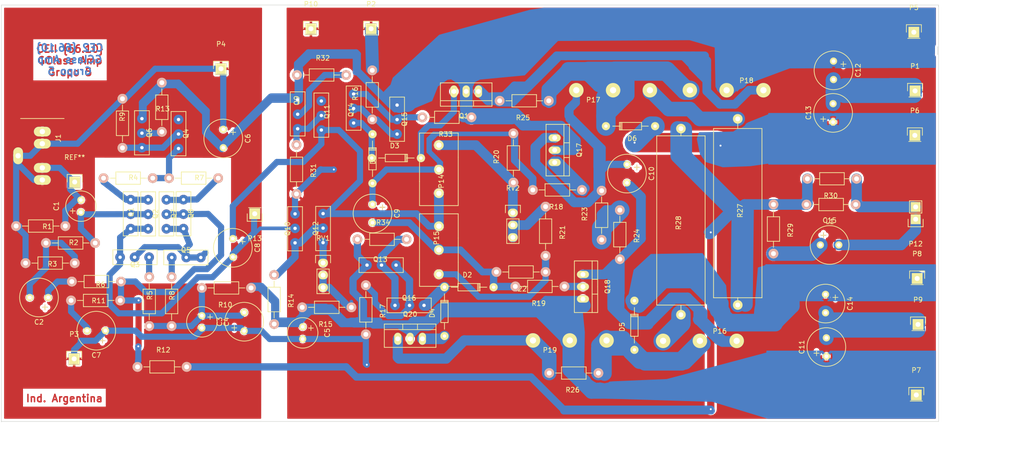
<source format=kicad_pcb>
(kicad_pcb (version 4) (host pcbnew 0.201504261001+5623~23~ubuntu15.04.1-product)
  (layers (0 F.Cu signal) (31 B.Cu signal) (34 B.Paste user) (35 F.Paste user) (36 B.SilkS user) (37 F.SilkS user) (38 B.Mask user) (39 F.Mask user) (44 Edge.Cuts user))
  (net 0 "")
  (net 1 "Net-(C1-Pad1)")
  (net 2 IN)
  (net 3 "Net-(C2-Pad1)")
  (net 4 "Net-(C2-Pad2)")
  (net 5 GND)
  (net 6 "Net-(C3-Pad2)")
  (net 7 TO_OPS)
  (net 8 "Net-(D1-Pad1)")
  (net 9 "Net-(D2-Pad2)")
  (net 10 +VB)
  (net 11 -VB)
  (net 12 -VA)
  (net 13 OUT)
  (net 14 "Net-(Q4-Pad3)")
  (net 15 "Net-(Q7-Pad2)")
  (net 16 "Net-(Q17-Pad3)")
  (net 17 "Net-(Q18-Pad2)")
  (net 18 "Net-(D3-Pad1)")
  (net 19 "Net-(D4-Pad2)")
  (net 20 +VA)
  (net 21 "Net-(Q1-Pad1)")
  (net 22 "Net-(Q3-Pad1)")
  (net 23 "Net-(Q7-Pad1)")
  (net 24 "Net-(Q5-Pad1)")
  (net 25 "Net-(Q4-Pad2)")
  (net 26 "Net-(Q11-Pad2)")
  (net 27 "Net-(Q10-Pad1)")
  (net 28 "Net-(Q12-Pad1)")
  (net 29 "Net-(Q13-Pad2)")
  (net 30 "Net-(Q14-Pad2)")
  (net 31 "Net-(Q3-Pad2)")
  (net 32 "Net-(C7-Pad2)")
  (net 33 "Net-(C8-Pad2)")
  (net 34 "Net-(C9-Pad2)")
  (net 35 "Net-(C9-Pad1)")
  (net 36 "Net-(C10-Pad2)")
  (net 37 "Net-(C10-Pad1)")
  (net 38 "Net-(D5-Pad2)")
  (net 39 "Net-(D6-Pad1)")
  (net 40 "Net-(R15-Pad1)")
  (net 41 "Net-(R21-Pad1)")
  (net 42 "Net-(R23-Pad1)")
  (net 43 "Net-(P14-Pad3)")
  (net 44 "Net-(P15-Pad3)")
  (net 45 "Net-(P16-Pad3)")
  (net 46 "Net-(P17-Pad3)")
  (net 47 "Net-(P18-Pad1)")
  (net 48 "Net-(P19-Pad1)")
  (net 49 "Net-(C15-Pad1)")
  (net 50 FBACK)
  (net 51 "Net-(Q6-Pad2)")
  (net 52 "Net-(Q9-Pad2)")
  (net 53 "Net-(Q13-Pad3)")
  (net 54 "Net-(Q14-Pad1)")
  (module Pin_Headers:Pin_Header_Straight_1x01 (layer F.Cu) (at 83.92 37.08)
    (fp_text reference P4 (at 0 -5.1) (layer F.SilkS))
    (fp_text value CONN_01X01)
    (pad 1 thru_hole rect (at 0 0) (size 2.2352 2.2352) (drill 1.016) (layers *.Cu *.Mask F.SilkS) (net 5 GND))
  )
  (module Pin_Headers:Pin_Header_Straight_1x01 (layer F.Cu) (at 227.3289 41.6565)
    (fp_text reference P1 (at 0 -5.1) (layer F.SilkS))
    (fp_text value CONN_01X01)
    (pad 1 thru_hole rect (at 0 0) (size 2.2352 2.2352) (drill 1.016) (layers *.Cu *.Mask F.SilkS) (net 5 GND))
  )
  (module Pin_Headers:Pin_Header_Straight_1x01 (layer F.Cu) (at 102.5006 28.8041)
    (fp_text reference P10 (at 0 -5.1) (layer F.SilkS))
    (fp_text value CONN_01X01)
    (pad 1 thru_hole rect (at 0 0) (size 2.2352 2.2352) (drill 1.016) (layers *.Mask F.Cu F.SilkS) (net 5 GND))
  )
  (module Capacitors_Elko_ThroughHole:Elko_vert_11.5x8mm_RM3.5 (layer F.Cu) (at 86.3656 72.2016 270)
    (fp_text reference C8 (at 1.905 -5.08 270) (layer F.SilkS))
    (fp_text value C)
    (fp_line (start 0.635 -2.54) (end 0.635 -1.524) (layer F.Cu) (width 0.15))
    (fp_line (start 0.127 -2.032) (end 1.143 -2.032) (layer F.Cu) (width 0.15))
    (pad 2 thru_hole circle (at 3.81 0 270) (size 1.50114 1.50114) (drill 0.8001) (layers *.Mask B.Cu F.SilkS) (net 33 "Net-(C8-Pad2)"))
    (pad 1 thru_hole circle (at 0 0 270) (size 1.50114 1.50114) (drill 0.8001) (layers *.Mask B.Cu F.SilkS) (net 7 TO_OPS))
  )
  (module Diodes_ThroughHole:Diode_DO-35_SOD27_Horizontal_RM10 (layer F.Cu) (at 115.22 50.6116 270)
    (fp_text reference D1 (at 5.30098 -0.10922 270) (layer F.SilkS))
    (fp_text value ZENER)
    (pad 2 thru_hole circle (at 10.16052 -0.00254 90) (size 1.69926 1.69926) (drill 0.70104) (layers *.Mask B.Cu F.SilkS) (net 35 "Net-(C9-Pad1)"))
    (pad 1 thru_hole circle (at 0.00052 -0.00254 90) (size 1.69926 1.69926) (drill 0.70104) (layers *.Mask B.Cu F.SilkS) (net 8 "Net-(D1-Pad1)"))
  )
  (module Diodes_ThroughHole:Diode_DO-35_SOD27_Horizontal_RM10 (layer F.Cu) (at 140.245 82.2584 180)
    (fp_text reference D2 (at 5.43052 2.53746 180) (layer F.SilkS))
    (fp_text value D_Schottky)
    (pad 2 thru_hole circle (at 10.16052 -0.00254) (size 1.69926 1.69926) (drill 0.70104) (layers *.Mask B.Cu F.SilkS) (net 9 "Net-(D2-Pad2)"))
    (pad 1 thru_hole circle (at 0.00052 -0.00254) (size 1.69926 1.69926) (drill 0.70104) (layers *.Mask B.Cu F.SilkS) (net 34 "Net-(C9-Pad2)"))
  )
  (module Diodes_ThroughHole:Diode_DO-35_SOD27_Horizontal_RM10 (layer F.Cu) (at 125.23 55.54 180)
    (fp_text reference D3 (at 5.43052 2.53746 180) (layer F.SilkS))
    (fp_text value D)
    (pad 2 thru_hole circle (at 10.16052 -0.00254) (size 1.69926 1.69926) (drill 0.70104) (layers *.Mask B.Cu F.SilkS) (net 8 "Net-(D1-Pad1)"))
    (pad 1 thru_hole circle (at 0.00052 -0.00254) (size 1.69926 1.69926) (drill 0.70104) (layers *.Mask B.Cu F.SilkS) (net 18 "Net-(D3-Pad1)"))
  )
  (module Diodes_ThroughHole:Diode_DO-35_SOD27_Horizontal_RM10 (layer F.Cu) (at 130.08754 82.19998 270)
    (fp_text reference D4 (at 5.43052 2.53746 270) (layer F.SilkS))
    (fp_text value D)
    (pad 2 thru_hole circle (at 10.16052 -0.00254 90) (size 1.69926 1.69926) (drill 0.70104) (layers *.Mask B.Cu F.SilkS) (net 19 "Net-(D4-Pad2)"))
    (pad 1 thru_hole circle (at 0.00052 -0.00254 90) (size 1.69926 1.69926) (drill 0.70104) (layers *.Mask B.Cu F.SilkS) (net 9 "Net-(D2-Pad2)"))
  )
  (module Diodes_ThroughHole:Diode_DO-35_SOD27_Horizontal_RM10 (layer F.Cu) (at 169.3347 85.054 270)
    (fp_text reference D5 (at 5.43052 2.53746 270) (layer F.SilkS))
    (fp_text value D)
    (pad 2 thru_hole circle (at 10.16052 -0.00254 90) (size 1.69926 1.69926) (drill 0.70104) (layers *.Mask B.Cu F.SilkS) (net 38 "Net-(D5-Pad2)"))
    (pad 1 thru_hole circle (at 0.00052 -0.00254 90) (size 1.69926 1.69926) (drill 0.70104) (layers *.Mask B.Cu F.SilkS) (net 11 -VB))
  )
  (module Diodes_ThroughHole:Diode_DO-35_SOD27_Horizontal_RM10 (layer F.Cu) (at 163.45 48.95)
    (fp_text reference D6 (at 5.43052 2.53746) (layer F.SilkS))
    (fp_text value D)
    (pad 2 thru_hole circle (at 10.16052 -0.00254 180) (size 1.69926 1.69926) (drill 0.70104) (layers *.Mask B.Cu F.SilkS) (net 10 +VB))
    (pad 1 thru_hole circle (at 0.00052 -0.00254 180) (size 1.69926 1.69926) (drill 0.70104) (layers *.Mask B.Cu F.SilkS) (net 39 "Net-(D6-Pad1)"))
  )
  (module Transistors_TO-220:TO-220_Neutral123_Vertical (layer F.Cu) (at 152.8628 53.9136 270)
    (fp_text reference Q17 (at 0 -5.08 270) (layer F.SilkS))
    (fp_text value MJE340_NPN_ECB)
    (pad 2 thru_hole oval (at 0 0) (size 2.49936 1.50114) (drill 1.00076) (layers *.Mask B.Cu F.SilkS) (net 20 +VA))
    (pad 1 thru_hole oval (at -2.54 0) (size 2.49936 1.50114) (drill 1.00076) (layers *.Mask B.Cu F.SilkS) (net 37 "Net-(C10-Pad1)"))
    (pad 3 thru_hole oval (at 2.54 0) (size 2.49936 1.50114) (drill 1.00076) (layers *.Mask B.Cu F.SilkS) (net 16 "Net-(Q17-Pad3)"))
  )
  (module Transistors_TO-220:TO-220_Neutral123_Vertical (layer F.Cu) (at 158.7048 82.1584 270)
    (fp_text reference Q18 (at 0 -5.08 270) (layer F.SilkS))
    (fp_text value MJE350_PNP_EBC)
    (pad 2 thru_hole oval (at 0 0) (size 2.49936 1.50114) (drill 1.00076) (layers *.Mask B.Cu F.SilkS) (net 17 "Net-(Q18-Pad2)"))
    (pad 1 thru_hole oval (at -2.54 0) (size 2.49936 1.50114) (drill 1.00076) (layers *.Mask B.Cu F.SilkS) (net 36 "Net-(C10-Pad2)"))
    (pad 3 thru_hole oval (at 2.54 0) (size 2.49936 1.50114) (drill 1.00076) (layers *.Mask B.Cu F.SilkS) (net 12 -VA))
  )
  (module Capacitors_Elko_ThroughHole:Elko_vert_11.2x6.3mm_RM2.5_CopperClear (layer F.Cu) (at 54.9712 66.766 90)
    (fp_text reference C1 (at 1.27 -5.08 90) (layer F.SilkS))
    (fp_text value C)
    (pad 2 thru_hole circle (at 2.54 0 90) (size 1.50114 1.50114) (drill 0.8001) (layers *.Mask B.Cu F.SilkS) (net 2 IN))
    (pad 1 thru_hole circle (at 0 0 90) (size 1.50114 1.50114) (drill 0.8001) (layers *.Mask B.Cu F.SilkS) (net 1 "Net-(C1-Pad1)"))
  )
  (module Capacitors_Elko_ThroughHole:Elko_vert_11.5x8mm_RM3.5 (layer F.Cu) (at 48.2148 84.3936 180)
    (fp_text reference C2 (at 1.905 -5.08 180) (layer F.SilkS))
    (fp_text value C)
    (fp_line (start 0.635 -2.54) (end 0.635 -1.524) (layer F.Cu) (width 0.15))
    (fp_line (start 0.127 -2.032) (end 1.143 -2.032) (layer F.Cu) (width 0.15))
    (pad 2 thru_hole circle (at 3.81 0 180) (size 1.50114 1.50114) (drill 0.8001) (layers *.Mask B.Cu F.SilkS) (net 4 "Net-(C2-Pad2)"))
    (pad 1 thru_hole circle (at 0 0 180) (size 1.50114 1.50114) (drill 0.8001) (layers *.Mask B.Cu F.SilkS) (net 3 "Net-(C2-Pad1)"))
  )
  (module Capacitors_Elko_ThroughHole:Elko_vert_11.5x8mm_RM3.5 (layer F.Cu) (at 88.7024 91.3024 90)
    (fp_text reference C3 (at 1.905 -5.08 90) (layer F.SilkS))
    (fp_text value C)
    (fp_line (start 0.635 -2.54) (end 0.635 -1.524) (layer F.Cu) (width 0.15))
    (fp_line (start 0.127 -2.032) (end 1.143 -2.032) (layer F.Cu) (width 0.15))
    (pad 2 thru_hole circle (at 3.81 0 90) (size 1.50114 1.50114) (drill 0.8001) (layers *.Mask B.Cu F.SilkS) (net 6 "Net-(C3-Pad2)"))
    (pad 1 thru_hole circle (at 0 0 90) (size 1.50114 1.50114) (drill 0.8001) (layers *.Mask B.Cu F.SilkS) (net 5 GND))
  )
  (module Capacitors_Elko_ThroughHole:Elko_vert_11.2x6.3mm_RM2.5_CopperClear (layer F.Cu) (at 79.9648 88.1528 270)
    (fp_text reference C4 (at 1.27 -5.08 270) (layer F.SilkS))
    (fp_text value C)
    (pad 2 thru_hole circle (at 2.54 0 270) (size 1.50114 1.50114) (drill 0.8001) (layers *.Mask B.Cu F.SilkS) (net 5 GND))
    (pad 1 thru_hole circle (at 0 0 270) (size 1.50114 1.50114) (drill 0.8001) (layers *.Mask B.Cu F.SilkS) (net 6 "Net-(C3-Pad2)"))
  )
  (module Capacitors_Elko_ThroughHole:Elko_vert_11.2x6.3mm_RM2.5_CopperClear (layer F.Cu) (at 100.7928 90.4388 270)
    (fp_text reference C5 (at 1.27 -5.08 270) (layer F.SilkS))
    (fp_text value C)
    (pad 2 thru_hole circle (at 2.54 0 270) (size 1.50114 1.50114) (drill 0.8001) (layers *.Mask B.Cu F.SilkS) (net 5 GND))
    (pad 1 thru_hole circle (at 0 0 270) (size 1.50114 1.50114) (drill 0.8001) (layers *.Mask B.Cu F.SilkS) (net 12 -VA))
  )
  (module Capacitors_Elko_ThroughHole:Elko_vert_11.5x8mm_RM3.5 (layer F.Cu) (at 84.3844 49.5956 270)
    (fp_text reference C6 (at 1.905 -5.08 270) (layer F.SilkS))
    (fp_text value C)
    (fp_line (start 0.635 -2.54) (end 0.635 -1.524) (layer F.Cu) (width 0.15))
    (fp_line (start 0.127 -2.032) (end 1.143 -2.032) (layer F.Cu) (width 0.15))
    (pad 2 thru_hole circle (at 3.81 0 270) (size 1.50114 1.50114) (drill 0.8001) (layers *.Mask B.Cu F.SilkS) (net 20 +VA))
    (pad 1 thru_hole circle (at 0 0 270) (size 1.50114 1.50114) (drill 0.8001) (layers *.Mask B.Cu F.SilkS) (net 5 GND))
  )
  (module Capacitors_Elko_ThroughHole:Elko_vert_11.5x8mm_RM3.5 (layer F.Cu) (at 60.0512 91.2516 180)
    (fp_text reference C7 (at 1.905 -5.08 180) (layer F.SilkS))
    (fp_text value C)
    (fp_line (start 0.635 -2.54) (end 0.635 -1.524) (layer F.Cu) (width 0.15))
    (fp_line (start 0.127 -2.032) (end 1.143 -2.032) (layer F.Cu) (width 0.15))
    (pad 2 thru_hole circle (at 3.81 0 180) (size 1.50114 1.50114) (drill 0.8001) (layers *.Mask B.Cu F.SilkS) (net 32 "Net-(C7-Pad2)"))
    (pad 1 thru_hole circle (at 0 0 180) (size 1.50114 1.50114) (drill 0.8001) (layers *.Mask B.Cu F.SilkS) (net 5 GND))
  )
  (module Capacitors_Elko_ThroughHole:Elko_vert_11.5x8mm_RM3.5 (layer F.Cu) (at 115.226 65.1007 270)
    (fp_text reference C9 (at 1.905 -5.08 270) (layer F.SilkS))
    (fp_text value C)
    (fp_line (start 0.635 -2.54) (end 0.635 -1.524) (layer F.Cu) (width 0.15))
    (fp_line (start 0.127 -2.032) (end 1.143 -2.032) (layer F.Cu) (width 0.15))
    (pad 2 thru_hole circle (at 3.81 0 270) (size 1.50114 1.50114) (drill 0.8001) (layers *.Mask B.Cu F.SilkS) (net 34 "Net-(C9-Pad2)"))
    (pad 1 thru_hole circle (at 0 0 270) (size 1.50114 1.50114) (drill 0.8001) (layers *.Mask B.Cu F.SilkS) (net 35 "Net-(C9-Pad1)"))
  )
  (module Capacitors_Elko_ThroughHole:Elko_vert_11.5x8mm_RM3.5 (layer F.Cu) (at 167.798 56.86 270)
    (fp_text reference C10 (at 1.905 -5.08 270) (layer F.SilkS))
    (fp_text value C)
    (fp_line (start 0.635 -2.54) (end 0.635 -1.524) (layer F.Cu) (width 0.15))
    (fp_line (start 0.127 -2.032) (end 1.143 -2.032) (layer F.Cu) (width 0.15))
    (pad 2 thru_hole circle (at 3.81 0 270) (size 1.50114 1.50114) (drill 0.8001) (layers *.Mask B.Cu F.SilkS) (net 36 "Net-(C10-Pad2)"))
    (pad 1 thru_hole circle (at 0 0 270) (size 1.50114 1.50114) (drill 0.8001) (layers *.Mask B.Cu F.SilkS) (net 37 "Net-(C10-Pad1)"))
  )
  (module Capacitors_Elko_ThroughHole:Elko_vert_11.5x8mm_RM3.5 (layer F.Cu) (at 209.0028 96.5459 90)
    (fp_text reference C11 (at 1.905 -5.08 90) (layer F.SilkS))
    (fp_text value C)
    (fp_line (start 0.635 -2.54) (end 0.635 -1.524) (layer F.Cu) (width 0.15))
    (fp_line (start 0.127 -2.032) (end 1.143 -2.032) (layer F.Cu) (width 0.15))
    (pad 2 thru_hole circle (at 3.81 0 90) (size 1.50114 1.50114) (drill 0.8001) (layers *.Mask B.Cu F.SilkS) (net 5 GND))
    (pad 1 thru_hole circle (at 0 0 90) (size 1.50114 1.50114) (drill 0.8001) (layers *.Mask B.Cu F.SilkS) (net 12 -VA))
  )
  (module Capacitors_Elko_ThroughHole:Elko_vert_11.5x8mm_RM3.5 (layer F.Cu) (at 210.476 35.497 270)
    (fp_text reference C12 (at 1.905 -5.08 270) (layer F.SilkS))
    (fp_text value C)
    (fp_line (start 0.635 -2.54) (end 0.635 -1.524) (layer F.Cu) (width 0.15))
    (fp_line (start 0.127 -2.032) (end 1.143 -2.032) (layer F.Cu) (width 0.15))
    (pad 2 thru_hole circle (at 3.81 0 270) (size 1.50114 1.50114) (drill 0.8001) (layers *.Mask B.Cu F.SilkS) (net 5 GND))
    (pad 1 thru_hole circle (at 0 0 270) (size 1.50114 1.50114) (drill 0.8001) (layers *.Mask B.Cu F.SilkS) (net 20 +VA))
  )
  (module Capacitors_Elko_ThroughHole:Elko_vert_11.5x8mm_RM3.5 (layer F.Cu) (at 210.3871 48.11318 90)
    (fp_text reference C13 (at 1.905 -5.08 90) (layer F.SilkS))
    (fp_text value C)
    (fp_line (start 0.635 -2.54) (end 0.635 -1.524) (layer F.Cu) (width 0.15))
    (fp_line (start 0.127 -2.032) (end 1.143 -2.032) (layer F.Cu) (width 0.15))
    (pad 2 thru_hole circle (at 3.81 0 90) (size 1.50114 1.50114) (drill 0.8001) (layers *.Mask B.Cu F.SilkS) (net 5 GND))
    (pad 1 thru_hole circle (at 0 0 90) (size 1.50114 1.50114) (drill 0.8001) (layers *.Mask B.Cu F.SilkS) (net 10 +VB))
  )
  (module Capacitors_Elko_ThroughHole:Elko_vert_11.5x8mm_RM3.5 (layer F.Cu) (at 208.825 83.7443 270)
    (fp_text reference C14 (at 1.905 -5.08 270) (layer F.SilkS))
    (fp_text value C)
    (fp_line (start 0.635 -2.54) (end 0.635 -1.524) (layer F.Cu) (width 0.15))
    (fp_line (start 0.127 -2.032) (end 1.143 -2.032) (layer F.Cu) (width 0.15))
    (pad 2 thru_hole circle (at 3.81 0 270) (size 1.50114 1.50114) (drill 0.8001) (layers *.Mask B.Cu F.SilkS) (net 5 GND))
    (pad 1 thru_hole circle (at 0 0 270) (size 1.50114 1.50114) (drill 0.8001) (layers *.Mask B.Cu F.SilkS) (net 11 -VB))
  )
  (module Pin_Headers:Pin_Header_Straight_1x02 (layer F.Cu) (at 227.4499 68.2011 180)
    (fp_text reference P12 (at 0 -5.1 180) (layer F.SilkS))
    (fp_text value OUT)
    (pad 1 thru_hole rect (at 0 0 180) (size 2.032 2.032) (drill 1.016) (layers *.Mask B.Cu F.SilkS) (net 5 GND))
    (pad 2 thru_hole rect (at 0 2.54 180) (size 2.032 2.032) (drill 1.016) (layers *.Mask B.Cu F.SilkS) (net 13 OUT))
  )
  (module Resistors_ThroughHole:Resistor_Horizontal_RM10mm (layer F.Cu) (at 46.67 69.61 180)
    (fp_text reference R1 (at -1.3335 -0.1143 180) (layer F.SilkS))
    (fp_text value R)
    (pad 1 thru_hole circle (at -5.08 0 180) (size 1.99898 1.99898) (drill 1.00076) (layers *.SilkS *.Mask B.Cu) (net 2 IN))
    (pad 2 thru_hole circle (at 5.08 0 180) (size 1.99898 1.99898) (drill 1.00076) (layers *.SilkS *.Mask B.Cu) (net 5 GND))
  )
  (module Resistors_ThroughHole:Resistor_Horizontal_RM10mm (layer F.Cu) (at 52.8376 73.116 180)
    (fp_text reference R2 (at -0.635 0.0889 180) (layer F.SilkS))
    (fp_text value R)
    (pad 1 thru_hole circle (at -5.08 0 180) (size 1.99898 1.99898) (drill 1.00076) (layers *.SilkS *.Mask B.Cu) (net 1 "Net-(C1-Pad1)"))
    (pad 2 thru_hole circle (at 5.08 0 180) (size 1.99898 1.99898) (drill 1.00076) (layers *.SilkS *.Mask B.Cu) (net 4 "Net-(C2-Pad2)"))
  )
  (module Resistors_ThroughHole:Resistor_Horizontal_RM10mm (layer F.Cu) (at 48.62 77.27 180)
    (fp_text reference R3 (at -0.4416 -0.2 180) (layer F.SilkS))
    (fp_text value R)
    (pad 1 thru_hole circle (at -5.08 0 180) (size 1.99898 1.99898) (drill 1.00076) (layers *.SilkS *.Mask B.Cu) (net 4 "Net-(C2-Pad2)"))
    (pad 2 thru_hole circle (at 5.08 0 180) (size 1.99898 1.99898) (drill 1.00076) (layers *.SilkS *.Mask B.Cu) (net 5 GND))
  )
  (module Resistors_ThroughHole:Resistor_Horizontal_RM10mm (layer F.Cu) (at 64.73 59.7 180)
    (fp_text reference R4 (at -1.0668 0.1143 180) (layer F.SilkS))
    (fp_text value R)
    (pad 1 thru_hole circle (at -5.08 0 180) (size 1.99898 1.99898) (drill 1.00076) (layers *.SilkS *.Mask B.Cu) (net 14 "Net-(Q4-Pad3)"))
    (pad 2 thru_hole circle (at 5.08 0 180) (size 1.99898 1.99898) (drill 1.00076) (layers *.SilkS *.Mask B.Cu) (net 21 "Net-(Q1-Pad1)"))
  )
  (module Resistors_ThroughHole:Resistor_Horizontal_RM10mm (layer F.Cu) (at 69.0936 85.2064 270)
    (fp_text reference R5 (at -1.27 -0.10668 270) (layer F.SilkS))
    (fp_text value R)
    (pad 1 thru_hole circle (at -5.08 0 270) (size 1.99898 1.99898) (drill 1.00076) (layers *.SilkS *.Mask B.Cu) (net 22 "Net-(Q3-Pad1)"))
    (pad 2 thru_hole circle (at 5.08 0 270) (size 1.99898 1.99898) (drill 1.00076) (layers *.SilkS *.Mask B.Cu) (net 6 "Net-(C3-Pad2)"))
  )
  (module Resistors_ThroughHole:Resistor_Horizontal_RM10mm (layer F.Cu) (at 58.1716 81.0916 180)
    (fp_text reference R6 (at -0.85852 -0.6096 180) (layer F.SilkS))
    (fp_text value R)
    (pad 1 thru_hole circle (at -5.08 0 180) (size 1.99898 1.99898) (drill 1.00076) (layers *.SilkS *.Mask B.Cu) (net 15 "Net-(Q7-Pad2)"))
    (pad 2 thru_hole circle (at 5.08 0 180) (size 1.99898 1.99898) (drill 1.00076) (layers *.SilkS *.Mask B.Cu) (net 3 "Net-(C2-Pad1)"))
  )
  (module Resistors_ThroughHole:Resistor_Horizontal_RM10mm (layer F.Cu) (at 78.26 59.7)
    (fp_text reference R7 (at 1.1811 -0.0762) (layer F.SilkS))
    (fp_text value R)
    (pad 1 thru_hole circle (at -5.08 0) (size 1.99898 1.99898) (drill 1.00076) (layers *.SilkS *.Mask B.Cu) (net 14 "Net-(Q4-Pad3)"))
    (pad 2 thru_hole circle (at 5.08 0) (size 1.99898 1.99898) (drill 1.00076) (layers *.SilkS *.Mask B.Cu) (net 23 "Net-(Q7-Pad1)"))
  )
  (module Resistors_ThroughHole:Resistor_Horizontal_RM10mm (layer F.Cu) (at 73.7164 85.2064 270)
    (fp_text reference R8 (at -1.24206 -0.09398 270) (layer F.SilkS))
    (fp_text value R)
    (pad 1 thru_hole circle (at -5.08 0 270) (size 1.99898 1.99898) (drill 1.00076) (layers *.SilkS *.Mask B.Cu) (net 24 "Net-(Q5-Pad1)"))
    (pad 2 thru_hole circle (at 5.08 0 270) (size 1.99898 1.99898) (drill 1.00076) (layers *.SilkS *.Mask B.Cu) (net 6 "Net-(C3-Pad2)"))
  )
  (module Resistors_ThroughHole:Resistor_Horizontal_RM10mm (layer F.Cu) (at 63.56 48.36 90)
    (fp_text reference R9 (at 1.3589 -0.0254 90) (layer F.SilkS))
    (fp_text value R)
    (pad 1 thru_hole circle (at -5.08 0 90) (size 1.99898 1.99898) (drill 1.00076) (layers *.SilkS *.Mask B.Cu) (net 25 "Net-(Q4-Pad2)"))
    (pad 2 thru_hole circle (at 5.08 0 90) (size 1.99898 1.99898) (drill 1.00076) (layers *.SilkS *.Mask B.Cu) (net 5 GND))
  )
  (module Resistors_ThroughHole:Resistor_Horizontal_RM10mm (layer F.Cu) (at 85.0448 82.4124 180)
    (fp_text reference R10 (at 0.24892 -3.50012 180) (layer F.SilkS))
    (fp_text value R)
    (pad 1 thru_hole circle (at -5.08 0 180) (size 1.99898 1.99898) (drill 1.00076) (layers *.SilkS *.Mask B.Cu) (net 12 -VA))
    (pad 2 thru_hole circle (at 5.08 0 180) (size 1.99898 1.99898) (drill 1.00076) (layers *.SilkS *.Mask B.Cu) (net 6 "Net-(C3-Pad2)"))
  )
  (module Resistors_ThroughHole:Resistor_Horizontal_RM10mm (layer F.Cu) (at 58.0192 85.0032)
    (fp_text reference R11 (at 0.61976 0.0508) (layer F.SilkS))
    (fp_text value R)
    (pad 1 thru_hole circle (at -5.08 0) (size 1.99898 1.99898) (drill 1.00076) (layers *.SilkS *.Mask B.Cu) (net 32 "Net-(C7-Pad2)"))
    (pad 2 thru_hole circle (at 5.08 0) (size 1.99898 1.99898) (drill 1.00076) (layers *.SilkS *.Mask B.Cu) (net 15 "Net-(Q7-Pad2)"))
  )
  (module Resistors_ThroughHole:Resistor_Horizontal_RM10mm (layer F.Cu) (at 71.74882 98.74046)
    (fp_text reference R12 (at 0.24892 -3.50012) (layer F.SilkS))
    (fp_text value R)
    (pad 1 thru_hole circle (at -5.08 0) (size 1.99898 1.99898) (drill 1.00076) (layers *.SilkS *.Mask B.Cu) (net 15 "Net-(Q7-Pad2)"))
    (pad 2 thru_hole circle (at 5.08 0) (size 1.99898 1.99898) (drill 1.00076) (layers *.SilkS *.Mask B.Cu) (net 50 FBACK))
  )
  (module Resistors_ThroughHole:Resistor_Horizontal_RM10mm (layer F.Cu) (at 71.69 45.04 270)
    (fp_text reference R13 (at 0.34 -0.17 360) (layer F.SilkS))
    (fp_text value R)
    (pad 1 thru_hole circle (at -5.08 0 270) (size 1.99898 1.99898) (drill 1.00076) (layers *.SilkS *.Mask B.Cu) (net 20 +VA))
    (pad 2 thru_hole circle (at 5.08 0 270) (size 1.99898 1.99898) (drill 1.00076) (layers *.SilkS *.Mask B.Cu) (net 51 "Net-(Q6-Pad2)"))
  )
  (module Resistors_ThroughHole:Resistor_Horizontal_RM10mm (layer F.Cu) (at 94.9 84.8 270)
    (fp_text reference R14 (at 0.24892 -3.50012 270) (layer F.SilkS))
    (fp_text value R)
    (pad 1 thru_hole circle (at -5.08 0 270) (size 1.99898 1.99898) (drill 1.00076) (layers *.SilkS *.Mask B.Cu) (net 27 "Net-(Q10-Pad1)"))
    (pad 2 thru_hole circle (at 5.08 0 270) (size 1.99898 1.99898) (drill 1.00076) (layers *.SilkS *.Mask B.Cu) (net 12 -VA))
  )
  (module Resistors_ThroughHole:Resistor_Horizontal_RM10mm (layer F.Cu) (at 105.7712 86.4256 180)
    (fp_text reference R15 (at 0.24892 -3.50012 180) (layer F.SilkS))
    (fp_text value R)
    (pad 1 thru_hole circle (at -5.08 0 180) (size 1.99898 1.99898) (drill 1.00076) (layers *.SilkS *.Mask B.Cu) (net 40 "Net-(R15-Pad1)"))
    (pad 2 thru_hole circle (at 5.08 0 180) (size 1.99898 1.99898) (drill 1.00076) (layers *.SilkS *.Mask B.Cu) (net 12 -VA))
  )
  (module Resistors_ThroughHole:Resistor_Horizontal_RM10mm (layer F.Cu) (at 115.1692 42.4836 90)
    (fp_text reference R16 (at 0.24892 -3.50012 90) (layer F.SilkS))
    (fp_text value R)
    (pad 1 thru_hole circle (at -5.08 0 90) (size 1.99898 1.99898) (drill 1.00076) (layers *.SilkS *.Mask B.Cu) (net 30 "Net-(Q14-Pad2)"))
    (pad 2 thru_hole circle (at 5.08 0 90) (size 1.99898 1.99898) (drill 1.00076) (layers *.SilkS *.Mask B.Cu) (net 5 GND))
  )
  (module Resistors_ThroughHole:Resistor_Horizontal_RM10mm (layer F.Cu) (at 113.8484 86.9336 270)
    (fp_text reference R17 (at 0.24892 -3.50012 270) (layer F.SilkS))
    (fp_text value R)
    (pad 1 thru_hole circle (at -5.08 0 270) (size 1.99898 1.99898) (drill 1.00076) (layers *.SilkS *.Mask B.Cu) (net 53 "Net-(Q13-Pad3)"))
    (pad 2 thru_hole circle (at 5.08 0 270) (size 1.99898 1.99898) (drill 1.00076) (layers *.SilkS *.Mask B.Cu) (net 5 GND))
  )
  (module Resistors_ThroughHole:Resistor_Horizontal_RM10mm (layer F.Cu) (at 153.4216 62.1432 180)
    (fp_text reference R18 (at 0.24892 -3.50012 180) (layer F.SilkS))
    (fp_text value R)
    (pad 1 thru_hole circle (at -5.08 0 180) (size 1.99898 1.99898) (drill 1.00076) (layers *.SilkS *.Mask B.Cu) (net 16 "Net-(Q17-Pad3)"))
    (pad 2 thru_hole circle (at 5.08 0 180) (size 1.99898 1.99898) (drill 1.00076) (layers *.SilkS *.Mask B.Cu) (net 35 "Net-(C9-Pad1)"))
  )
  (module Resistors_ThroughHole:Resistor_Horizontal_RM10mm (layer F.Cu) (at 149.8081 82.106 180)
    (fp_text reference R19 (at 0.24892 -3.50012 180) (layer F.SilkS))
    (fp_text value R)
    (pad 1 thru_hole circle (at -5.08 0 180) (size 1.99898 1.99898) (drill 1.00076) (layers *.SilkS *.Mask B.Cu) (net 17 "Net-(Q18-Pad2)"))
    (pad 2 thru_hole circle (at 5.08 0 180) (size 1.99898 1.99898) (drill 1.00076) (layers *.SilkS *.Mask B.Cu) (net 34 "Net-(C9-Pad2)"))
  )
  (module Resistors_ThroughHole:Resistor_Horizontal_RM10mm (layer F.Cu) (at 144.3284 55.5392 90)
    (fp_text reference R20 (at 0.24892 -3.50012 90) (layer F.SilkS))
    (fp_text value R)
    (pad 1 thru_hole circle (at -5.08 0 90) (size 1.99898 1.99898) (drill 1.00076) (layers *.SilkS *.Mask B.Cu) (net 43 "Net-(P14-Pad3)"))
    (pad 2 thru_hole circle (at 5.08 0 90) (size 1.99898 1.99898) (drill 1.00076) (layers *.SilkS *.Mask B.Cu) (net 35 "Net-(C9-Pad1)"))
  )
  (module Resistors_ThroughHole:Resistor_Horizontal_RM10mm (layer F.Cu) (at 150.9832 70.6776 270)
    (fp_text reference R21 (at 0.24892 -3.50012 270) (layer F.SilkS))
    (fp_text value R)
    (pad 1 thru_hole circle (at -5.08 0 270) (size 1.99898 1.99898) (drill 1.00076) (layers *.SilkS *.Mask B.Cu) (net 41 "Net-(R21-Pad1)"))
    (pad 2 thru_hole circle (at 5.08 0 270) (size 1.99898 1.99898) (drill 1.00076) (layers *.SilkS *.Mask B.Cu) (net 44 "Net-(P15-Pad3)"))
  )
  (module Resistors_ThroughHole:Resistor_Horizontal_RM10mm (layer F.Cu) (at 145.9032 79.1104 180)
    (fp_text reference R22 (at 0.24892 -3.50012 180) (layer F.SilkS))
    (fp_text value R)
    (pad 1 thru_hole circle (at -5.08 0 180) (size 1.99898 1.99898) (drill 1.00076) (layers *.SilkS *.Mask B.Cu) (net 44 "Net-(P15-Pad3)"))
    (pad 2 thru_hole circle (at 5.08 0 180) (size 1.99898 1.99898) (drill 1.00076) (layers *.SilkS *.Mask B.Cu) (net 34 "Net-(C9-Pad2)"))
  )
  (module Resistors_ThroughHole:Resistor_Horizontal_RM10mm (layer F.Cu) (at 162.5656 67.3756 90)
    (fp_text reference R23 (at 0.24892 -3.50012 90) (layer F.SilkS))
    (fp_text value R)
    (pad 1 thru_hole circle (at -5.08 0 90) (size 1.99898 1.99898) (drill 1.00076) (layers *.SilkS *.Mask B.Cu) (net 42 "Net-(R23-Pad1)"))
    (pad 2 thru_hole circle (at 5.08 0 90) (size 1.99898 1.99898) (drill 1.00076) (layers *.SilkS *.Mask B.Cu) (net 37 "Net-(C10-Pad1)"))
  )
  (module Resistors_ThroughHole:Resistor_Horizontal_RM10mm (layer F.Cu) (at 166.3248 71.3888 270)
    (fp_text reference R24 (at 0.24892 -3.50012 270) (layer F.SilkS))
    (fp_text value R)
    (pad 1 thru_hole circle (at -5.08 0 270) (size 1.99898 1.99898) (drill 1.00076) (layers *.SilkS *.Mask B.Cu) (net 42 "Net-(R23-Pad1)"))
    (pad 2 thru_hole circle (at 5.08 0 270) (size 1.99898 1.99898) (drill 1.00076) (layers *.SilkS *.Mask B.Cu) (net 36 "Net-(C10-Pad2)"))
  )
  (module Resistors_ThroughHole:Resistor_Horizontal_RM10mm (layer F.Cu) (at 146.57 43.7 180)
    (fp_text reference R25 (at 0.24892 -3.50012 180) (layer F.SilkS))
    (fp_text value R)
    (pad 1 thru_hole circle (at -5.08 0 180) (size 1.99898 1.99898) (drill 1.00076) (layers *.SilkS *.Mask B.Cu) (net 39 "Net-(D6-Pad1)"))
    (pad 2 thru_hole circle (at 5.08 0 180) (size 1.99898 1.99898) (drill 1.00076) (layers *.SilkS *.Mask B.Cu) (net 47 "Net-(P18-Pad1)"))
  )
  (module Resistors_ThroughHole:Resistor_Horizontal_RM10mm (layer F.Cu) (at 156.8185 100.013 180)
    (fp_text reference R26 (at 0.24892 -3.50012 180) (layer F.SilkS))
    (fp_text value R)
    (pad 1 thru_hole circle (at -5.08 0 180) (size 1.99898 1.99898) (drill 1.00076) (layers *.SilkS *.Mask B.Cu) (net 38 "Net-(D5-Pad2)"))
    (pad 2 thru_hole circle (at 5.08 0 180) (size 1.99898 1.99898) (drill 1.00076) (layers *.SilkS *.Mask B.Cu) (net 48 "Net-(P19-Pad1)"))
  )
  (module Pin_Headers:Pin_Header_Straight_1x03 (layer F.Cu) (at 105.0092 77.2308)
    (fp_text reference RV1 (at 0 -5.1) (layer F.SilkS))
    (fp_text value POT)
    (pad 1 thru_hole oval (at 0 0) (size 2.032 1.7272) (drill 1.016) (layers *.Mask B.Cu F.SilkS) (net 28 "Net-(Q12-Pad1)"))
    (pad 2 thru_hole oval (at 0 2.54) (size 2.032 1.7272) (drill 1.016) (layers *.Mask B.Cu F.SilkS) (net 40 "Net-(R15-Pad1)"))
    (pad 3 thru_hole oval (at 0 5.08) (size 2.032 1.7272) (drill 1.016) (layers *.Mask B.Cu F.SilkS) (net 40 "Net-(R15-Pad1)"))
  )
  (module Pin_Headers:Pin_Header_Straight_1x03 (layer F.Cu) (at 144.2268 66.8676)
    (fp_text reference RV2 (at 0 -5.1) (layer F.SilkS))
    (fp_text value POT)
    (pad 1 thru_hole oval (at 0 0) (size 2.032 1.7272) (drill 1.016) (layers *.Mask B.Cu F.SilkS) (net 43 "Net-(P14-Pad3)"))
    (pad 2 thru_hole oval (at 0 2.54) (size 2.032 1.7272) (drill 1.016) (layers *.Mask B.Cu F.SilkS) (net 41 "Net-(R21-Pad1)"))
    (pad 3 thru_hole oval (at 0 5.08) (size 2.032 1.7272) (drill 1.016) (layers *.Mask B.Cu F.SilkS) (net 41 "Net-(R21-Pad1)"))
  )
  (module pcb:bornera_grande (layer F.Cu) (at 190.4675 93.3598 180)
    (fp_text reference P16 (at 3.5 2 180) (layer F.SilkS))
    (fp_text value 2SA1302)
    (pad 1 thru_hole circle (at 0 0 180) (size 3 3) (drill 1.3) (layers *.Mask B.Cu F.SilkS) (net 36 "Net-(C10-Pad2)"))
    (pad 2 thru_hole circle (at 7.6 0 180) (size 3 3) (drill 1.3) (layers *.Mask B.Cu F.SilkS) (net 38 "Net-(D5-Pad2)"))
    (pad 3 thru_hole circle (at 15.2 0 180) (size 3 3) (drill 1.3) (layers *.Mask B.Cu F.SilkS) (net 45 "Net-(P16-Pad3)"))
  )
  (module pcb:bornera_grande (layer F.Cu) (at 157.3332 41.5184)
    (fp_text reference P17 (at 3.5 2) (layer F.SilkS))
    (fp_text value 2SC3281)
    (pad 1 thru_hole circle (at 0 0) (size 3 3) (drill 1.3) (layers *.Mask B.Cu F.SilkS) (net 37 "Net-(C10-Pad1)"))
    (pad 2 thru_hole circle (at 7.6 0) (size 3 3) (drill 1.3) (layers *.Mask B.Cu F.SilkS) (net 39 "Net-(D6-Pad1)"))
    (pad 3 thru_hole circle (at 15.2 0) (size 3 3) (drill 1.3) (layers *.Mask B.Cu F.SilkS) (net 46 "Net-(P17-Pad3)"))
  )
  (module pcb:bornera_grande (layer F.Cu) (at 195.992 41.5184 180)
    (fp_text reference P18 (at 3.5 2 180) (layer F.SilkS))
    (fp_text value 2SC3281)
    (pad 1 thru_hole circle (at 0 0 180) (size 3 3) (drill 1.3) (layers *.Mask B.Cu F.SilkS) (net 47 "Net-(P18-Pad1)"))
    (pad 2 thru_hole circle (at 7.6 0 180) (size 3 3) (drill 1.3) (layers *.Mask B.Cu F.SilkS) (net 20 +VA))
    (pad 3 thru_hole circle (at 15.2 0 180) (size 3 3) (drill 1.3) (layers *.Mask B.Cu F.SilkS) (net 39 "Net-(D6-Pad1)"))
  )
  (module pcb:bornera_grande (layer F.Cu) (at 148.3797 93.2709)
    (fp_text reference P19 (at 3.5 2) (layer F.SilkS))
    (fp_text value 2SA1302)
    (pad 1 thru_hole circle (at 0 0) (size 3 3) (drill 1.3) (layers *.Mask B.Cu F.SilkS) (net 48 "Net-(P19-Pad1)") (clearance 0.3))
    (pad 2 thru_hole circle (at 7.6 0) (size 3 3) (drill 1.3) (layers *.Mask B.Cu F.SilkS) (net 12 -VA) (clearance 0.3))
    (pad 3 thru_hole circle (at 15.2 0) (size 3 3) (drill 1.3) (layers *.Mask B.Cu F.SilkS) (net 38 "Net-(D5-Pad2)") (clearance 0.3))
  )
  (module pcb:MPSA06-56_TO92_EBC (layer F.Cu) (at 67.27842 67.07682 270)
    (fp_text reference Q1 (at -0.33942 1.94726 270) (layer F.SilkS))
    (fp_text value MPSA56_PNP_EBC)
    (pad 1 thru_hole circle (at -2.921 2.032 270) (size 2 2) (drill 0.7) (layers B.Cu) (net 21 "Net-(Q1-Pad1)"))
    (pad 2 thru_hole circle (at 0.079 2.032 270) (size 2 2) (drill 0.7) (layers B.Cu) (net 1 "Net-(C1-Pad1)"))
    (pad 3 thru_hole circle (at 3.079 2.032 270) (size 2 2) (drill 0.7) (layers B.Cu) (net 33 "Net-(C8-Pad2)"))
  )
  (module pcb:MPSA06-56_TO92_EBC (layer F.Cu) (at 70.89538 67.09714 270)
    (fp_text reference Q2 (at 0 0.5 270) (layer F.SilkS))
    (fp_text value MPSA56_PNP_EBC)
    (pad 1 thru_hole circle (at -2.921 2.032 270) (size 2 2) (drill 0.7) (layers B.Cu) (net 21 "Net-(Q1-Pad1)"))
    (pad 2 thru_hole circle (at 0.079 2.032 270) (size 2 2) (drill 0.7) (layers B.Cu) (net 1 "Net-(C1-Pad1)"))
    (pad 3 thru_hole circle (at 3.079 2.032 270) (size 2 2) (drill 0.7) (layers B.Cu) (net 33 "Net-(C8-Pad2)"))
  )
  (module pcb:MPSA06-56_TO92_EBC (layer F.Cu) (at 66.1472 78.0944 180)
    (fp_text reference Q3 (at 0 0.5 180) (layer F.SilkS))
    (fp_text value MPSA06_NPN_EBC)
    (pad 1 thru_hole circle (at -2.921 2.032 180) (size 2 2) (drill 0.7) (layers B.Cu) (net 22 "Net-(Q3-Pad1)"))
    (pad 2 thru_hole circle (at 0.079 2.032 180) (size 2 2) (drill 0.7) (layers B.Cu) (net 31 "Net-(Q3-Pad2)"))
    (pad 3 thru_hole circle (at 3.079 2.032 180) (size 2 2) (drill 0.7) (layers B.Cu) (net 33 "Net-(C8-Pad2)"))
  )
  (module pcb:MPSA06-56_TO92_EBC (layer F.Cu) (at 77.17 50.5 270)
    (fp_text reference Q4 (at 0 0.5 270) (layer F.SilkS))
    (fp_text value MPSA56_PNP_EBC)
    (pad 1 thru_hole circle (at -2.921 2.032 270) (size 2 2) (drill 0.7) (layers B.Cu))
    (pad 2 thru_hole circle (at 0.079 2.032 270) (size 2 2) (drill 0.7) (layers B.Cu) (net 25 "Net-(Q4-Pad2)"))
    (pad 3 thru_hole circle (at 3.079 2.032 270) (size 2 2) (drill 0.7) (layers B.Cu) (net 14 "Net-(Q4-Pad3)"))
  )
  (module pcb:MPSA06-56_TO92_EBC (layer F.Cu) (at 76.6628 74.0812)
    (fp_text reference Q5 (at 0 0.5) (layer F.SilkS))
    (fp_text value MPSA06_NPN_EBC)
    (pad 1 thru_hole circle (at -2.921 2.032) (size 2 2) (drill 0.7) (layers B.Cu) (net 24 "Net-(Q5-Pad1)"))
    (pad 2 thru_hole circle (at 0.079 2.032) (size 2 2) (drill 0.7) (layers B.Cu) (net 31 "Net-(Q3-Pad2)"))
    (pad 3 thru_hole circle (at 3.079 2.032) (size 2 2) (drill 0.7) (layers B.Cu) (net 31 "Net-(Q3-Pad2)"))
  )
  (module pcb:MPSA06-56_TO92_EBC (layer F.Cu) (at 69.61 50.32 270)
    (fp_text reference Q6 (at 0 0.5 270) (layer F.SilkS))
    (fp_text value MPSA56_PNP_EBC)
    (pad 1 thru_hole circle (at -2.921 2.032 270) (size 2 2) (drill 0.7) (layers B.Cu) (net 20 +VA))
    (pad 2 thru_hole circle (at 0.079 2.032 270) (size 2 2) (drill 0.7) (layers B.Cu) (net 51 "Net-(Q6-Pad2)"))
    (pad 3 thru_hole circle (at 3.079 2.032 270) (size 2 2) (drill 0.7) (layers B.Cu) (net 25 "Net-(Q4-Pad2)"))
  )
  (module pcb:MPSA06-56_TO92_EBC (layer F.Cu) (at 74.6749 67.0946 270)
    (fp_text reference Q7 (at 0 0.5 270) (layer F.SilkS))
    (fp_text value MPSA56_PNP_EBC)
    (pad 1 thru_hole circle (at -2.921 2.032 270) (size 2 2) (drill 0.7) (layers B.Cu) (net 23 "Net-(Q7-Pad1)"))
    (pad 2 thru_hole circle (at 0.079 2.032 270) (size 2 2) (drill 0.7) (layers B.Cu) (net 15 "Net-(Q7-Pad2)"))
    (pad 3 thru_hole circle (at 3.079 2.032 270) (size 2 2) (drill 0.7) (layers B.Cu) (net 31 "Net-(Q3-Pad2)"))
  )
  (module pcb:MPSA06-56_TO92_EBC (layer F.Cu) (at 78.19534 67.07174 270)
    (fp_text reference Q8 (at 0 0.5 270) (layer F.SilkS))
    (fp_text value MPSA56_PNP_EBC)
    (pad 1 thru_hole circle (at -2.921 2.032 270) (size 2 2) (drill 0.7) (layers B.Cu) (net 23 "Net-(Q7-Pad1)"))
    (pad 2 thru_hole circle (at 0.079 2.032 270) (size 2 2) (drill 0.7) (layers B.Cu) (net 15 "Net-(Q7-Pad2)"))
    (pad 3 thru_hole circle (at 3.079 2.032 270) (size 2 2) (drill 0.7) (layers B.Cu) (net 31 "Net-(Q3-Pad2)"))
  )
  (module pcb:MPSA06-56_TO92_EBC (layer F.Cu) (at 101.79 46.41 270)
    (fp_text reference Q9 (at -2.76 2.22 270) (layer F.SilkS))
    (fp_text value MPSA56_PNP_EBC)
    (pad 1 thru_hole circle (at -2.921 2.032 270) (size 2 2) (drill 0.7) (layers B.Cu) (net 20 +VA))
    (pad 2 thru_hole circle (at 0.079 2.032 270) (size 2 2) (drill 0.7) (layers B.Cu) (net 52 "Net-(Q9-Pad2)"))
    (pad 3 thru_hole circle (at 3.079 2.032 270) (size 2 2) (drill 0.7) (layers B.Cu) (net 26 "Net-(Q11-Pad2)"))
  )
  (module pcb:MPSA06-56_TO92_EBC (layer F.Cu) (at 97.186 70.1696 90)
    (fp_text reference Q10 (at 0 0.5 90) (layer F.SilkS))
    (fp_text value MPSA06_NPN_EBC)
    (pad 1 thru_hole circle (at -2.921 2.032 90) (size 2 2) (drill 0.7) (layers B.Cu) (net 27 "Net-(Q10-Pad1)"))
    (pad 2 thru_hole circle (at 0.079 2.032 90) (size 2 2) (drill 0.7) (layers B.Cu) (net 33 "Net-(C8-Pad2)"))
    (pad 3 thru_hole circle (at 3.079 2.032 90) (size 2 2) (drill 0.7) (layers B.Cu) (net 5 GND))
  )
  (module pcb:MPSA06-56_TO92_EBC (layer F.Cu) (at 106.68 46.67 270)
    (fp_text reference Q11 (at -0.72 0.89 270) (layer F.SilkS))
    (fp_text value MPSA56_PNP_EBC)
    (pad 1 thru_hole circle (at -2.921 2.032 270) (size 2 2) (drill 0.7) (layers B.Cu))
    (pad 2 thru_hole circle (at 0.079 2.032 270) (size 2 2) (drill 0.7) (layers B.Cu) (net 26 "Net-(Q11-Pad2)"))
    (pad 3 thru_hole circle (at 3.079 2.032 270) (size 2 2) (drill 0.7) (layers B.Cu) (net 7 TO_OPS))
  )
  (module pcb:MPSA06-56_TO92_EBC (layer F.Cu) (at 102.9772 70.1188 90)
    (fp_text reference Q12 (at 0 0.5 90) (layer F.SilkS))
    (fp_text value MPSA06_NPN_EBC)
    (pad 1 thru_hole circle (at -2.921 2.032 90) (size 2 2) (drill 0.7) (layers B.Cu) (net 28 "Net-(Q12-Pad1)"))
    (pad 2 thru_hole circle (at 0.079 2.032 90) (size 2 2) (drill 0.7) (layers B.Cu) (net 27 "Net-(Q10-Pad1)"))
    (pad 3 thru_hole circle (at 3.079 2.032 90) (size 2 2) (drill 0.7) (layers B.Cu) (net 7 TO_OPS))
  )
  (module pcb:MPSA06-56_TO92_EBC (layer F.Cu) (at 117.01 75.66)
    (fp_text reference Q13 (at -0.17 0.84) (layer F.SilkS))
    (fp_text value MPSA06_NPN_EBC)
    (pad 1 thru_hole circle (at -2.921 2.032) (size 2 2) (drill 0.7) (layers B.Cu) (net 12 -VA))
    (pad 2 thru_hole circle (at 0.079 2.032) (size 2 2) (drill 0.7) (layers B.Cu) (net 29 "Net-(Q13-Pad2)"))
    (pad 3 thru_hole circle (at 3.079 2.032) (size 2 2) (drill 0.7) (layers B.Cu) (net 53 "Net-(Q13-Pad3)"))
  )
  (module pcb:MPSA06-56_TO92_EBC (layer F.Cu) (at 113.35 45.22 270)
    (fp_text reference Q14 (at 0.35 2.58 270) (layer F.SilkS))
    (fp_text value MPSA56_PNP_EBC)
    (pad 1 thru_hole circle (at -2.921 2.032 270) (size 2 2) (drill 0.7) (layers B.Cu) (net 54 "Net-(Q14-Pad1)"))
    (pad 2 thru_hole circle (at 0.079 2.032 270) (size 2 2) (drill 0.7) (layers B.Cu) (net 30 "Net-(Q14-Pad2)"))
    (pad 3 thru_hole circle (at 3.079 2.032 270) (size 2 2) (drill 0.7) (layers B.Cu) (net 8 "Net-(D1-Pad1)"))
  )
  (module pcb:MPSA06-56_TO92_EBC (layer F.Cu) (at 122.332 47.5128 270)
    (fp_text reference Q15 (at 0 0.5 270) (layer F.SilkS))
    (fp_text value MPSA56_PNP_EBC)
    (pad 1 thru_hole circle (at -2.921 2.032 270) (size 2 2) (drill 0.7) (layers B.Cu) (net 20 +VA))
    (pad 2 thru_hole circle (at 0.079 2.032 270) (size 2 2) (drill 0.7) (layers B.Cu) (net 54 "Net-(Q14-Pad1)"))
    (pad 3 thru_hole circle (at 3.079 2.032 270) (size 2 2) (drill 0.7) (layers B.Cu) (net 30 "Net-(Q14-Pad2)"))
  )
  (module pcb:MPSA06-56_TO92_EBC (layer F.Cu) (at 122.7892 83.9872)
    (fp_text reference Q16 (at 0 0.5) (layer F.SilkS))
    (fp_text value MPSA06_NPN_EBC)
    (pad 1 thru_hole circle (at -2.921 2.032) (size 2 2) (drill 0.7) (layers B.Cu) (net 29 "Net-(Q13-Pad2)"))
    (pad 2 thru_hole circle (at 0.079 2.032) (size 2 2) (drill 0.7) (layers B.Cu) (net 53 "Net-(Q13-Pad3)"))
    (pad 3 thru_hole circle (at 3.079 2.032) (size 2 2) (drill 0.7) (layers B.Cu) (net 9 "Net-(D2-Pad2)"))
  )
  (module pcb:MJE340_gclass (layer F.Cu) (at 134.5748 41.7724 180)
    (fp_text reference Q19 (at 0 -5.08 180) (layer F.SilkS))
    (fp_text value MJE340_NPN_ECB)
    (pad 2 thru_hole oval (at 0 0 270) (size 2.49936 1.50114) (drill 1.00076) (layers *.Mask B.Cu F.SilkS) (net 20 +VA))
    (pad 1 thru_hole oval (at -2.54 0 270) (size 2.49936 1.50114) (drill 1.00076) (layers *.Mask B.Cu F.SilkS) (net 47 "Net-(P18-Pad1)"))
    (pad 3 thru_hole oval (at 2.54 0 270) (size 2.49936 1.50114) (drill 1.00076) (layers *.Mask B.Cu F.SilkS) (net 18 "Net-(D3-Pad1)"))
  )
  (module pcb:MJE_350_gclass (layer F.Cu) (at 122.9924 92.928)
    (fp_text reference Q20 (at 0 -5.08) (layer F.SilkS))
    (fp_text value MJE350_PNP_EBC)
    (pad 3 thru_hole oval (at 0 0 90) (size 2.49936 1.50114) (drill 1.00076) (layers *.Mask B.Cu F.SilkS) (net 12 -VA))
    (pad 1 thru_hole oval (at -2.54 0 90) (size 2.49936 1.50114) (drill 1.00076) (layers *.Mask B.Cu F.SilkS) (net 48 "Net-(P19-Pad1)"))
    (pad 2 thru_hole oval (at 2.54 0 90) (size 2.49936 1.50114) (drill 1.00076) (layers *.Mask B.Cu F.SilkS) (net 19 "Net-(D4-Pad2)"))
  )
  (module pcb:RESIST_35MMX10MM (layer F.Cu) (at 190.6894 66.9422 90)
    (fp_text reference R27 (at 0.5 0.5 90) (layer F.SilkS))
    (fp_text value R)
    (pad 2 thru_hole circle (at 19.5 0 90) (size 2 2) (drill 1) (layers *.Mask B.Cu F.SilkS) (net 46 "Net-(P17-Pad3)"))
    (pad 1 thru_hole circle (at -19 0 90) (size 2 2) (drill 1) (layers *.Mask B.Cu F.SilkS) (net 50 FBACK))
  )
  (module pcb:RESIST_35MMX10MM (layer F.Cu) (at 178.95 68.45 270)
    (fp_text reference R28 (at 0.5 0.5 270) (layer F.SilkS))
    (fp_text value R)
    (pad 2 thru_hole circle (at 19.5 0 270) (size 2 2) (drill 1) (layers *.Mask B.Cu F.SilkS) (net 45 "Net-(P16-Pad3)"))
    (pad 1 thru_hole circle (at -19 0 270) (size 2 2) (drill 1) (layers *.Mask B.Cu F.SilkS) (net 50 FBACK))
  )
  (module Pin_Headers:Pin_Header_Straight_1x01 (layer F.Cu) (at 90.8868 67.0708 180)
    (fp_text reference P13 (at 0 -5.1 180) (layer F.SilkS))
    (fp_text value CONN_01X01)
    (pad 1 thru_hole rect (at 0 0 180) (size 2.2352 2.2352) (drill 1.016) (layers *.Mask B.Cu F.SilkS) (net 33 "Net-(C8-Pad2)"))
  )
  (module pcb:bornera_chica (layer F.Cu) (at 128.936 57.876 90)
    (fp_text reference P14 (at -2.5 0.5 90) (layer F.SilkS))
    (fp_text value MJE350)
    (pad 1 thru_hole circle (at -4.95 0 90) (size 2 2) (drill 1.1) (layers *.Mask B.Cu F.SilkS) (net 7 TO_OPS))
    (pad 2 thru_hole circle (at -0.05 0 90) (size 2 2) (drill 1.1) (layers *.Mask B.Cu F.SilkS) (net 35 "Net-(C9-Pad1)"))
    (pad 3 thru_hole circle (at 5 0 90) (size 2 2) (drill 1.1) (layers *.Mask B.Cu F.SilkS) (net 43 "Net-(P14-Pad3)"))
  )
  (module pcb:bornera_chica (layer F.Cu) (at 128.936 74.5892 270)
    (fp_text reference P15 (at -2.5 0.5 270) (layer F.SilkS))
    (fp_text value MJE340)
    (pad 1 thru_hole circle (at -4.95 0 270) (size 2 2) (drill 1.1) (layers *.Mask B.Cu F.SilkS) (net 7 TO_OPS))
    (pad 2 thru_hole circle (at -0.05 0 270) (size 2 2) (drill 1.1) (layers *.Mask B.Cu F.SilkS) (net 34 "Net-(C9-Pad2)"))
    (pad 3 thru_hole circle (at 5 0 270) (size 2 2) (drill 1.1) (layers *.Mask B.Cu F.SilkS) (net 44 "Net-(P15-Pad3)"))
  )
  (module Pin_Headers:Pin_Header_Straight_1x01 (layer F.Cu) (at 53.575 97.075)
    (fp_text reference P3 (at 0 -5.1) (layer F.SilkS))
    (fp_text value CONN_01X01)
    (pad 1 thru_hole rect (at 0 0) (size 2.2352 2.2352) (drill 1.016) (layers *.Cu *.Mask F.SilkS) (net 5 GND))
  )
  (module Pin_Headers:Pin_Header_Straight_1x01 (layer F.Cu) (at 227.9385 89.9673)
    (fp_text reference P9 (at 0 -5.1) (layer F.SilkS))
    (fp_text value CONN_01X01)
    (pad 1 thru_hole rect (at 0 0) (size 2.2352 2.2352) (drill 1.016) (layers *.Cu *.Mask F.SilkS) (net 5 GND))
  )
  (module pcb:jack_puto (layer F.Cu) (at 47 51.375 270)
    (fp_text reference J1 (at 0.05842 -3.2893 450) (layer F.SilkS))
    (fp_text value Jack_3.5mm_5pin)
    (pad 3 thru_hole oval (at 6.20014 0 270) (size 2 3.50012) (drill 1.1) (layers *.Mask B.Cu F.SilkS) (net 2 IN))
    (pad 5 thru_hole oval (at 8.70014 0 270) (size 2 3.50012) (drill 1.1) (layers *.Mask B.Cu F.SilkS) (net 5 GND))
    (pad 4 thru_hole oval (at 1.20014 0 270) (size 2 3.50012) (drill 1.1) (layers *.Mask B.Cu F.SilkS) (net 5 GND))
    (pad 2 thru_hole oval (at -1.29986 0 270) (size 2 3.50012) (drill 1.1) (layers *.Mask B.Cu F.SilkS))
    (pad 1 thru_hole oval (at 3.70014 5) (size 2 3.50012) (drill 1.1) (layers *.Mask B.Cu F.SilkS) (net 5 GND))
  )
  (module Resistors_ThroughHole:Resistor_Horizontal_RM10mm (layer F.Cu) (at 99.52 57.89 270)
    (fp_text reference R31 (at 0.24892 -3.50012 270) (layer F.SilkS))
    (fp_text value R)
    (pad 1 thru_hole circle (at -5.08 0 270) (size 1.99898 1.99898) (drill 1.00076) (layers *.Cu *.SilkS *.Mask) (net 26 "Net-(Q11-Pad2)"))
    (pad 2 thru_hole circle (at 5.08 0 270) (size 1.99898 1.99898) (drill 1.00076) (layers *.Cu *.SilkS *.Mask) (net 5 GND))
  )
  (module Capacitors_Elko_ThroughHole:Elko_vert_11.5x8mm_RM3.5 (layer F.Cu) (at 207.76 73.52)
    (fp_text reference C15 (at 1.905 -5.08) (layer F.SilkS))
    (fp_text value C)
    (fp_line (start 0.635 -2.54) (end 0.635 -1.524) (layer F.Cu) (width 0.15))
    (fp_line (start 0.127 -2.032) (end 1.143 -2.032) (layer F.Cu) (width 0.15))
    (pad 2 thru_hole circle (at 3.81 0) (size 1.50114 1.50114) (drill 0.8001) (layers *.Cu *.Mask F.SilkS) (net 5 GND))
    (pad 1 thru_hole circle (at 0 0) (size 1.50114 1.50114) (drill 0.8001) (layers *.Cu *.Mask F.SilkS) (net 49 "Net-(C15-Pad1)"))
  )
  (module Resistors_ThroughHole:Resistor_Horizontal_RM10mm (layer F.Cu) (at 209.98 65.16 180)
    (fp_text reference L1 (at 0.24892 -3.50012 180) (layer F.SilkS))
    (fp_text value INDUCTOR)
    (pad 1 thru_hole circle (at -5.08 0 180) (size 1.99898 1.99898) (drill 1.00076) (layers *.Cu *.SilkS *.Mask) (net 13 OUT))
    (pad 2 thru_hole circle (at 5.08 0 180) (size 1.99898 1.99898) (drill 1.00076) (layers *.Cu *.SilkS *.Mask) (net 50 FBACK))
  )
  (module Pin_Headers:Pin_Header_Straight_1x01 (layer F.Cu) (at 114.9339 28.8041)
    (fp_text reference P2 (at 0 -5.1) (layer F.SilkS))
    (fp_text value CONN_01X01)
    (pad 1 thru_hole rect (at 0 0) (size 2.2352 2.2352) (drill 1.016) (layers *.Cu *.Mask F.SilkS) (net 5 GND))
  )
  (module Resistors_ThroughHole:Resistor_Horizontal_RM10mm (layer F.Cu) (at 198.07 70.23 270)
    (fp_text reference R29 (at 0.24892 -3.50012 270) (layer F.SilkS))
    (fp_text value R)
    (pad 1 thru_hole circle (at -5.08 0 270) (size 1.99898 1.99898) (drill 1.00076) (layers *.Cu *.SilkS *.Mask) (net 50 FBACK))
    (pad 2 thru_hole circle (at 5.08 0 270) (size 1.99898 1.99898) (drill 1.00076) (layers *.Cu *.SilkS *.Mask) (net 49 "Net-(C15-Pad1)"))
  )
  (module Resistors_ThroughHole:Resistor_Horizontal_RM10mm (layer F.Cu) (at 210.16 59.83 180)
    (fp_text reference R30 (at 0.24892 -3.50012 180) (layer F.SilkS))
    (fp_text value R)
    (pad 1 thru_hole circle (at -5.08 0 180) (size 1.99898 1.99898) (drill 1.00076) (layers *.Cu *.SilkS *.Mask) (net 13 OUT))
    (pad 2 thru_hole circle (at 5.08 0 180) (size 1.99898 1.99898) (drill 1.00076) (layers *.Cu *.SilkS *.Mask) (net 50 FBACK))
  )
  (module Resistors_ThroughHole:Resistor_Horizontal_RM10mm (layer F.Cu) (at 104.7 38.37)
    (fp_text reference R32 (at 0.24892 -3.50012) (layer F.SilkS))
    (fp_text value R)
    (pad 1 thru_hole circle (at -5.08 0) (size 1.99898 1.99898) (drill 1.00076) (layers *.Cu *.SilkS *.Mask) (net 20 +VA))
    (pad 2 thru_hole circle (at 5.08 0) (size 1.99898 1.99898) (drill 1.00076) (layers *.Cu *.SilkS *.Mask) (net 52 "Net-(Q9-Pad2)"))
  )
  (module Resistors_ThroughHole:Resistor_Horizontal_RM10mm (layer F.Cu) (at 130.59 47.12 180)
    (fp_text reference R33 (at 0.24892 -3.50012 180) (layer F.SilkS))
    (fp_text value R)
    (pad 1 thru_hole circle (at -5.08 0 180) (size 1.99898 1.99898) (drill 1.00076) (layers *.Cu *.SilkS *.Mask) (net 20 +VA))
    (pad 2 thru_hole circle (at 5.08 0 180) (size 1.99898 1.99898) (drill 1.00076) (layers *.Cu *.SilkS *.Mask) (net 54 "Net-(Q14-Pad1)"))
  )
  (module Resistors_ThroughHole:Resistor_Horizontal_RM10mm (layer F.Cu) (at 117.18 72.36)
    (fp_text reference R34 (at 0.24892 -3.50012) (layer F.SilkS))
    (fp_text value R)
    (pad 1 thru_hole circle (at -5.08 0) (size 1.99898 1.99898) (drill 1.00076) (layers *.Cu *.SilkS *.Mask) (net 12 -VA))
    (pad 2 thru_hole circle (at 5.08 0) (size 1.99898 1.99898) (drill 1.00076) (layers *.Cu *.SilkS *.Mask) (net 29 "Net-(Q13-Pad2)"))
  )
  (module Pin_Headers:Pin_Header_Straight_1x01 (layer F.Cu) (at 227.28064 50.8513)
    (fp_text reference P6 (at 0 -5.1) (layer F.SilkS))
    (fp_text value CONN_01X01)
    (pad 1 thru_hole rect (at 0 0) (size 2.2352 2.2352) (drill 1.016) (layers *.Cu *.Mask F.SilkS) (net 10 +VB))
  )
  (module Pin_Headers:Pin_Header_Straight_1x01 (layer F.Cu) (at 227.5829 104.5469)
    (fp_text reference P7 (at 0 -5.1) (layer F.SilkS))
    (fp_text value CONN_01X01)
    (pad 1 thru_hole rect (at 0 0) (size 2.2352 2.2352) (drill 1.016) (layers *.Cu *.Mask F.SilkS) (net 12 -VA))
  )
  (module Pin_Headers:Pin_Header_Straight_1x01 (layer F.Cu) (at 227.7607 80.455)
    (fp_text reference P8 (at 0 -5.1) (layer F.SilkS))
    (fp_text value CONN_01X01)
    (pad 1 thru_hole rect (at 0 0) (size 2.2352 2.2352) (drill 1.016) (layers *.Cu *.Mask F.SilkS) (net 11 -VB))
  )
  (module Pin_Headers:Pin_Header_Straight_1x01 (layer F.Cu) (at 227.07744 29.5153)
    (fp_text reference P5 (at 0 -5.1) (layer F.SilkS))
    (fp_text value CONN_01X01)
    (pad 1 thru_hole rect (at 0 0) (size 2.2352 2.2352) (drill 1.016) (layers *.Cu *.Mask F.SilkS) (net 20 +VA))
  )
  (module Pin_Headers:Pin_Header_Straight_1x01 (layer F.Cu) (at 53.69 60.5)
    (fp_text reference REF** (at 0 -5.1) (layer F.SilkS))
    (fp_text value Pin_Header_Straight_1x01)
    (pad 1 thru_hole rect (at 0 0) (size 2.2352 2.2352) (drill 1.016) (layers *.Cu *.Mask F.SilkS))
  )
  (gr_line (start 232.1803 24.1686) (end 232.193 24.1686) (angle 90) (layer Edge.Cuts) (width 0.1))
  (gr_line (start 232.1803 23.9273) (end 232.1803 24.1686) (angle 90) (layer Edge.Cuts) (width 0.1))
  (gr_line (start 232.1422 23.8892) (end 232.1803 23.9273) (angle 90) (layer Edge.Cuts) (width 0.1))
  (gr_line (start 38.5434 23.8892) (end 232.1422 23.8892) (angle 90) (layer Edge.Cuts) (width 0.1))
  (gr_line (start 38.5434 24.2702) (end 38.5434 23.8892) (angle 90) (layer Edge.Cuts) (width 0.1))
  (gr_line (start 38.5307 110.0333) (end 38.5307 110.0079) (angle 90) (layer Edge.Cuts) (width 0.1))
  (gr_line (start 232.1803 110.0333) (end 38.5307 110.0333) (angle 90) (layer Edge.Cuts) (width 0.1))
  (gr_text "Ind. Argentina" (at 51.5609 105.2581) (layer F.Cu) (effects (font (size 1.5 1.5) (thickness 0.3))))
  (gr_line (start 232.1803 24.1432) (end 232.1295 24.1432) (angle 90) (layer Edge.Cuts) (width 0.1))
  (gr_line (start 232.1803 110.0587) (end 232.1803 24.1432) (angle 90) (layer Edge.Cuts) (width 0.1))
  (gr_line (start 38.5434 24.2702) (end 38.5434 110.1349) (angle 90) (layer Edge.Cuts) (width 0.1))
  (gr_line (start 232 34.1) (end 231.95 34.1) (angle 90) (layer Edge.Cuts) (width 0.1))
  (gr_line (start 232 32.5) (end 232 34.1) (angle 90) (layer Edge.Cuts) (width 0.1))
  (gr_text "CE2 {66.10}\nGClass Amp\nGrupo 5" (at 52.6404 35.1541) (layer B.Cu) (effects (font (size 1.5 1.5) (thickness 0.3)) (justify mirror)))
  (gr_text "CEII {66.10}\nGClass Amp\nGrupo 5" (at 52.7166 35.3827) (layer F.Cu) (effects (font (size 1.5 1.5) (thickness 0.3))))
  (segment (start 106.3375 87.2256) (end 101.4912 87.2256) (width 1.5) (layer B.Cu) (net 0))
  (segment (start 102.2112 87.4012) (end 100.3824 89.23) (width 1.27) (layer B.Cu) (net 0))
  (segment (start 155.5993 51.753) (end 155.5993 53.1881) (width 2) (layer B.Cu) (net 0))
  (segment (start 116.6611 89.1926) (end 110.7556 89.1926) (width 1.27) (layer B.Cu) (net 0))
  (segment (start 166.2038 84.4809) (end 166.2038 85.7255) (width 2) (layer B.Cu) (net 0))
  (segment (start 166.27 80.0404) (end 166.27 87.0552) (width 2) (layer B.Cu) (net 0))
  (segment (start 145.55 40.87) (end 142.47 43.95) (width 1.8) (layer B.Cu) (net 0))
  (segment (start 54.9712 70.1696) (end 57.9176 73.116) (width 1.27) (layer B.Cu) (net 1))
  (segment (start 54.9712 66.766) (end 54.9712 70.1696) (width 1.27) (layer B.Cu) (net 1))
  (segment (start 68.86338 67.17614) (end 65.24642 67.15582) (width 1.27) (layer B.Cu) (net 1))
  (segment (start 55.39658 67.19138) (end 54.9712 66.766) (width 1.27) (layer B.Cu) (net 1))
  (segment (start 65.24642 67.15582) (end 55.39658 67.19138) (width 1.27) (layer B.Cu) (net 1))
  (segment (start 51.75 69.61) (end 51.75 66.4) (width 1.27) (layer B.Cu) (net 2))
  (segment (start 53.924 64.226) (end 54.9712 64.226) (width 1.27) (layer B.Cu) (net 2))
  (segment (start 51.75 66.4) (end 53.924 64.226) (width 1.27) (layer B.Cu) (net 2))
  (segment (start 47 57.57514) (end 50.60514 57.57514) (width 1.27) (layer B.Cu) (net 2))
  (segment (start 52.77 62.0248) (end 54.9712 64.226) (width 1.27) (layer B.Cu) (net 2))
  (segment (start 52.77 59.74) (end 52.77 62.0248) (width 1.27) (layer B.Cu) (net 2))
  (segment (start 50.60514 57.57514) (end 52.77 59.74) (width 1.27) (layer B.Cu) (net 2))
  (segment (start 47.20134 57.2664) (end 47.656 57.2664) (width 0.762) (layer B.Cu) (net 2))
  (segment (start 48.2148 83.01184) (end 50.13504 81.0916) (width 0.381) (layer B.Cu) (net 3))
  (segment (start 50.13504 81.0916) (end 53.0916 81.0916) (width 0.381) (layer B.Cu) (net 3))
  (segment (start 50.13504 81.0916) (end 53.0916 81.0916) (width 1.27) (layer B.Cu) (net 3))
  (segment (start 48.2148 83.01184) (end 50.13504 81.0916) (width 1.27) (layer B.Cu) (net 3))
  (segment (start 48.2148 84.3936) (end 48.2148 83.01184) (width 1.27) (layer B.Cu) (net 3))
  (segment (start 44.4048 84.3936) (end 44.4048 81.6352) (width 1.27) (layer B.Cu) (net 4))
  (segment (start 47.7576 78.2824) (end 47.7576 73.116) (width 1.27) (layer B.Cu) (net 4))
  (segment (start 44.4048 81.6352) (end 47.7576 78.2824) (width 1.27) (layer B.Cu) (net 4))
  (segment (start 53.7 77.27) (end 53.7 75.91) (width 1.27) (layer B.Cu) (net 4))
  (segment (start 53.7 75.91) (end 50.906 73.116) (width 1.27) (layer B.Cu) (net 4))
  (segment (start 50.906 73.116) (end 47.7576 73.116) (width 1.27) (layer B.Cu) (net 4))
  (segment (start 44.4048 84.3936) (end 44.4048 84.2666) (width 0.762) (layer B.Cu) (net 4))
  (segment (start 47.8084 73.1668) (end 47.7576 73.116) (width 0.762) (layer B.Cu) (net 4))
  (segment (start 114.5192 37.3636) (end 114.2631 28.7849) (width 1.27) (layer B.Cu) (net 5))
  (segment (start 115.932868 37.365729) (end 115.676768 28.787029) (width 1.27) (layer B.Cu) (net 5))
  (segment (start 222.3632 40.5135) (end 227.2781 40.5135) (width 3) (layer B.Cu) (net 5))
  (segment (start 212.7239 40.5135) (end 222.3632 40.5135) (width 3) (layer B.Cu) (net 5))
  (segment (start 227.2781 40.5135) (end 222.3632 40.5135) (width 3) (layer B.Cu) (net 5))
  (segment (start 227.2019 42.6598) (end 212.6477 42.6598) (width 3) (layer B.Cu) (net 5))
  (segment (start 227.9385 88.964) (end 209.3584 88.964) (width 3) (layer B.Cu) (net 5))
  (segment (start 227.9385 91.1865) (end 209.3584 91.1865) (width 3) (layer B.Cu) (net 5))
  (segment (start 47 52.57514) (end 54.26486 52.57514) (width 1.27) (layer B.Cu) (net 5))
  (segment (start 54.26486 52.57514) (end 63.56 43.28) (width 1.27) (layer B.Cu) (net 5))
  (segment (start 112.8832 92.9788) (end 113.8484 92.0136) (width 1.27) (layer B.Cu) (net 5))
  (segment (start 100.7928 92.9788) (end 112.8832 92.9788) (width 1.27) (layer B.Cu) (net 5))
  (segment (start 41.59 69.61) (end 41.59 55.48514) (width 1.27) (layer B.Cu) (net 5))
  (segment (start 41.59 55.48514) (end 42 55.07514) (width 1.27) (layer B.Cu) (net 5))
  (segment (start 43.54 77.27) (end 43.54 71.56) (width 1.27) (layer B.Cu) (net 5))
  (segment (start 43.54 71.56) (end 41.59 69.61) (width 1.27) (layer B.Cu) (net 5))
  (segment (start 63.56 43.28) (end 64.12 43.28) (width 1.27) (layer B.Cu) (net 5))
  (segment (start 64.12 43.28) (end 70.32 37.08) (width 1.27) (layer B.Cu) (net 5))
  (segment (start 70.32 37.08) (end 83.92 37.08) (width 1.27) (layer B.Cu) (net 5))
  (segment (start 47 60.07514) (end 45.27514 60.07514) (width 0.762) (layer B.Cu) (net 5))
  (segment (start 45.27514 60.07514) (end 42 56.8) (width 1.27) (layer B.Cu) (net 5))
  (segment (start 42 56.8) (end 42 55.07514) (width 0.762) (layer B.Cu) (net 5))
  (segment (start 42 55.07514) (end 44.5 55.07514) (width 1.27) (layer B.Cu) (net 5))
  (segment (start 44.5 55.07514) (end 47 52.57514) (width 1.27) (layer B.Cu) (net 5))
  (segment (start 53.575 97.075) (end 53.575 95.2) (width 0.762) (layer B.Cu) (net 5))
  (segment (start 53.575 95.2) (end 55.275 93.5) (width 0.762) (layer B.Cu) (net 5))
  (segment (start 112.8832 92.9788) (end 113.8484 92.0136) (width 0.762) (layer B.Cu) (net 5))
  (segment (start 88.7024 91.3024) (end 92.3024 91.3024) (width 1.27) (layer B.Cu) (net 5))
  (segment (start 93.9788 92.9788) (end 100.7928 92.9788) (width 1.27) (layer B.Cu) (net 5))
  (segment (start 92.3024 91.3024) (end 93.9788 92.9788) (width 1.27) (layer B.Cu) (net 5))
  (segment (start 79.9648 90.6928) (end 88.0928 90.6928) (width 1.27) (layer B.Cu) (net 5))
  (segment (start 67.5 92.5) (end 78.1576 92.5) (width 0.762) (layer B.Cu) (net 5))
  (segment (start 78.1576 92.5) (end 79.9648 90.6928) (width 0.762) (layer B.Cu) (net 5))
  (segment (start 66.2516 91.2516) (end 67.5 92.5) (width 0.762) (layer B.Cu) (net 5))
  (segment (start 57.8028 93.5) (end 60.0512 91.2516) (width 0.381) (layer B.Cu) (net 5))
  (segment (start 55.275 93.5) (end 57.8028 93.5) (width 0.381) (layer B.Cu) (net 5))
  (segment (start 41.59 69.61) (end 41.59 69.5846) (width 0.762) (layer B.Cu) (net 5))
  (segment (start 57.9684 93.3344) (end 60.0512 91.2516) (width 0.762) (layer B.Cu) (net 5))
  (segment (start 88.0928 90.6928) (end 88.7024 91.3024) (width 0.762) (layer B.Cu) (net 5))
  (segment (start 41.59 69.61) (end 42.21874 69.61) (width 1.27) (layer B.Cu) (net 5))
  (segment (start 57.9684 93.3344) (end 60.0512 91.2516) (width 1.27) (layer B.Cu) (net 5))
  (segment (start 54.96 93.3344) (end 57.9684 93.3344) (width 1.27) (layer B.Cu) (net 5))
  (segment (start 53.575 95.2) (end 53.575 97.075) (width 1.27) (layer B.Cu) (net 5))
  (segment (start 54.96 93.815) (end 53.575 95.2) (width 1.27) (layer B.Cu) (net 5))
  (segment (start 54.96 93.3344) (end 54.96 93.815) (width 1.27) (layer B.Cu) (net 5))
  (segment (start 79.9648 90.9952) (end 79.9648 90.6928) (width 1.27) (layer B.Cu) (net 5))
  (segment (start 78.46 92.5) (end 79.9648 90.9952) (width 1.27) (layer B.Cu) (net 5))
  (segment (start 67.5 92.5) (end 78.46 92.5) (width 1.27) (layer B.Cu) (net 5))
  (segment (start 66.2516 91.2516) (end 67.5 92.5) (width 1.27) (layer B.Cu) (net 5))
  (segment (start 60.0512 91.2516) (end 66.2516 91.2516) (width 1.27) (layer B.Cu) (net 5))
  (segment (start 227.4499 68.2011) (end 227.4499 70.5001) (width 2.2) (layer B.Cu) (net 5))
  (segment (start 84.3844 37.5444) (end 83.92 37.08) (width 1.27) (layer B.Cu) (net 5))
  (segment (start 84.3844 49.5956) (end 84.3844 37.5444) (width 1.27) (layer B.Cu) (net 5))
  (segment (start 99.218 63.272) (end 99.52 62.97) (width 1.27) (layer B.Cu) (net 5))
  (segment (start 99.218 67.0906) (end 99.218 63.272) (width 1.27) (layer B.Cu) (net 5))
  (segment (start 104.47 57.95) (end 104.55 57.87) (width 1.27) (layer B.Cu) (net 5))
  (segment (start 99.52 62.9) (end 104.47 57.95) (width 1.27) (layer B.Cu) (net 5))
  (segment (start 99.52 62.97) (end 99.52 62.9) (width 1.27) (layer B.Cu) (net 5))
  (segment (start 107.2 57.95) (end 107.23 57.92) (width 1.27) (layer B.Cu) (net 5))
  (via (at 107.23 57.92) (size 0.6) (layers F.Cu B.Cu) (net 5))
  (segment (start 107.23 57.92) (end 107.29 57.92) (width 1.27) (layer F.Cu) (net 5))
  (segment (start 104.47 57.95) (end 107.2 57.95) (width 1.27) (layer B.Cu) (net 5))
  (segment (start 114.9131 28.8249) (end 114.9339 28.8041) (width 1.27) (layer B.Cu) (net 5))
  (segment (start 115.1692 37.4036) (end 114.9131 28.8249) (width 1.27) (layer B.Cu) (net 5))
  (segment (start 224.43 73.52) (end 227.4499 70.5001) (width 2.2) (layer B.Cu) (net 5))
  (segment (start 211.57 73.52) (end 224.43 73.52) (width 2.2) (layer B.Cu) (net 5))
  (segment (start 113.8484 98.0984) (end 114.05 98.3) (width 1.27) (layer B.Cu) (net 5))
  (via (at 114.05 98.3) (size 0.6) (layers F.Cu B.Cu) (net 5))
  (segment (start 113.8484 92.0136) (end 113.8484 98.0984) (width 1.27) (layer B.Cu) (net 5))
  (segment (start 208.825 92.5581) (end 209.0028 92.7359) (width 2.2) (layer B.Cu) (net 5))
  (segment (start 208.825 89.4339) (end 208.825 92.5581) (width 2.2) (layer B.Cu) (net 5))
  (segment (start 208.825 87.5543) (end 208.825 89.4339) (width 2.2) (layer B.Cu) (net 5))
  (segment (start 210.3871 39.3959) (end 210.476 39.307) (width 3) (layer B.Cu) (net 5))
  (segment (start 210.3871 41.8724) (end 210.3871 39.3959) (width 3) (layer B.Cu) (net 5))
  (segment (start 210.3871 44.30318) (end 210.3871 41.8724) (width 3) (layer B.Cu) (net 5))
  (segment (start 212.7747 41.6565) (end 212.5588 41.8724) (width 3) (layer B.Cu) (net 5))
  (segment (start 212.5588 41.8724) (end 210.3871 41.8724) (width 3) (layer B.Cu) (net 5))
  (segment (start 227.3289 41.6565) (end 212.7747 41.6565) (width 3) (layer B.Cu) (net 5))
  (segment (start 209.3584 89.9673) (end 208.825 89.4339) (width 3) (layer B.Cu) (net 5))
  (segment (start 227.9385 89.9673) (end 209.3584 89.9673) (width 3) (layer B.Cu) (net 5))
  (segment (start 209.0028 87.7321) (end 208.825 87.5543) (width 3) (layer B.Cu) (net 5))
  (segment (start 209.0028 92.7359) (end 209.0028 87.7321) (width 3) (layer B.Cu) (net 5))
  (segment (start 210.3871 39.3959) (end 210.476 39.307) (width 3) (layer B.Cu) (net 5))
  (segment (start 210.3871 44.30318) (end 210.3871 39.3959) (width 3) (layer B.Cu) (net 5))
  (segment (start 77.8312 90.2864) (end 79.9648 88.1528) (width 0.381) (layer B.Cu) (net 6))
  (segment (start 88.042 88.1528) (end 88.7024 87.4924) (width 0.381) (layer B.Cu) (net 6))
  (segment (start 79.9648 88.1528) (end 79.9648 82.4124) (width 1.27) (layer B.Cu) (net 6))
  (segment (start 88.042 88.1528) (end 88.7024 87.4924) (width 0.762) (layer B.Cu) (net 6))
  (segment (start 79.9648 88.1528) (end 88.042 88.1528) (width 1.27) (layer B.Cu) (net 6))
  (segment (start 69.0936 90.2864) (end 73.7164 90.2864) (width 1.27) (layer B.Cu) (net 6))
  (segment (start 77.8312 90.2864) (end 79.9648 88.1528) (width 1.27) (layer B.Cu) (net 6))
  (segment (start 73.7164 90.2864) (end 77.8312 90.2864) (width 1.27) (layer B.Cu) (net 6))
  (segment (start 128.936 69.6392) (end 128.9136 69.6392) (width 0.381) (layer B.Cu) (net 7))
  (segment (start 128.936 69.6392) (end 128.2756 69.6392) (width 0.381) (layer B.Cu) (net 7))
  (segment (start 128.936 69.6392) (end 128.2786 69.6392) (width 0.762) (layer B.Cu) (net 7))
  (segment (start 105.0092 50.1102) (end 104.648 49.749) (width 1.27) (layer B.Cu) (net 7))
  (segment (start 112.64 60.27) (end 112.64 54.14) (width 1.27) (layer B.Cu) (net 7))
  (segment (start 112.64 54.14) (end 108.249 49.749) (width 1.27) (layer B.Cu) (net 7))
  (segment (start 108.249 49.749) (end 104.648 49.749) (width 1.27) (layer B.Cu) (net 7))
  (segment (start 105.8702 67.0398) (end 112.64 60.27) (width 1.27) (layer B.Cu) (net 7))
  (segment (start 105.0092 67.0398) (end 105.8702 67.0398) (width 1.27) (layer B.Cu) (net 7))
  (segment (start 86.3656 65.4744) (end 95.48 56.36) (width 1.27) (layer B.Cu) (net 7))
  (segment (start 95.48 56.36) (end 100.9 56.36) (width 1.27) (layer B.Cu) (net 7))
  (segment (start 100.9 56.36) (end 104.648 52.612) (width 1.27) (layer B.Cu) (net 7))
  (segment (start 104.648 52.612) (end 104.648 49.749) (width 1.27) (layer B.Cu) (net 7))
  (segment (start 86.3656 72.2016) (end 86.3656 65.4744) (width 1.27) (layer B.Cu) (net 7))
  (segment (start 128.936 69.6392) (end 128.936 62.826) (width 2) (layer B.Cu) (net 7))
  (segment (start 105.8702 67.0398) (end 105.0092 67.0398) (width 1.4) (layer B.Cu) (net 7))
  (segment (start 105.8869 67.0565) (end 105.8702 67.0398) (width 1.4) (layer B.Cu) (net 7))
  (segment (start 126.9019 69.6392) (end 124.3192 67.0565) (width 1.4) (layer B.Cu) (net 7))
  (segment (start 124.3192 67.0565) (end 105.8869 67.0565) (width 1.4) (layer B.Cu) (net 7))
  (segment (start 128.936 69.6392) (end 126.9019 69.6392) (width 1.4) (layer B.Cu) (net 7))
  (segment (start 115.06948 50.76518) (end 115.22254 50.61212) (width 1.27) (layer B.Cu) (net 8))
  (segment (start 112.90942 48.299) (end 115.22254 50.61212) (width 1.27) (layer B.Cu) (net 8))
  (segment (start 111.318 48.299) (end 112.90942 48.299) (width 1.27) (layer B.Cu) (net 8))
  (segment (start 115.06948 50.76518) (end 115.22254 50.61212) (width 1.27) (layer B.Cu) (net 8))
  (segment (start 115.06948 55.54254) (end 115.06948 50.76518) (width 1.27) (layer B.Cu) (net 8))
  (segment (start 130.03638 82.30904) (end 130.08448 82.26094) (width 1.27) (layer B.Cu) (net 9))
  (segment (start 125.8682 86.0192) (end 126.5794 86.0192) (width 1.27) (layer B.Cu) (net 9))
  (segment (start 126.32622 86.0192) (end 130.08448 82.26094) (width 2.2) (layer B.Cu) (net 9))
  (segment (start 125.8682 86.0192) (end 126.32622 86.0192) (width 2.2) (layer B.Cu) (net 9))
  (segment (start 227.28064 50.8513) (end 195.6687 50.8513) (width 4) (layer B.Cu) (net 10))
  (segment (start 169.37 52.36) (end 172.78254 48.94746) (width 4) (layer B.Cu) (net 10))
  (via (at 169.37 52.36) (size 0.6) (layers F.Cu B.Cu) (net 10))
  (segment (start 186.51 52.36) (end 169.37 52.36) (width 4) (layer F.Cu) (net 10))
  (segment (start 187.13 52.98) (end 186.51 52.36) (width 4) (layer F.Cu) (net 10))
  (via (at 187.13 52.98) (size 0.6) (layers F.Cu B.Cu) (net 10))
  (segment (start 193.54 52.98) (end 187.13 52.98) (width 4) (layer B.Cu) (net 10))
  (segment (start 195.6687 50.8513) (end 193.54 52.98) (width 4) (layer B.Cu) (net 10))
  (segment (start 172.78254 48.94746) (end 173.61052 48.94746) (width 4) (layer B.Cu) (net 10))
  (segment (start 225.11 52.70296) (end 227.18296 52.70296) (width 2) (layer B.Cu) (net 10))
  (segment (start 228.91 50.97592) (end 228.91 50.74) (width 2) (layer B.Cu) (net 10))
  (segment (start 227.18296 52.70296) (end 228.91 50.97592) (width 2) (layer B.Cu) (net 10))
  (segment (start 227.28064 50.8513) (end 227.28064 50.54064) (width 2) (layer B.Cu) (net 10))
  (segment (start 227.28064 50.54064) (end 227.71 50.97) (width 2) (layer B.Cu) (net 10))
  (segment (start 227.71 50.97) (end 227.71 51.63) (width 2) (layer B.Cu) (net 10))
  (segment (start 227.71 51.63) (end 225.92 49.84) (width 2) (layer B.Cu) (net 10))
  (segment (start 225.92 49.84) (end 222.63 49.84) (width 2) (layer B.Cu) (net 10))
  (segment (start 222.63 49.84) (end 221.17 51.3) (width 2) (layer B.Cu) (net 10))
  (segment (start 221.17 51.3) (end 221.17 52.70296) (width 2) (layer B.Cu) (net 10))
  (segment (start 221.17 52.70296) (end 225.11 52.70296) (width 2) (layer B.Cu) (net 10))
  (segment (start 225.11 52.70296) (end 225.42898 52.70296) (width 2) (layer B.Cu) (net 10))
  (segment (start 225.42898 52.70296) (end 226.48 51.65194) (width 2) (layer B.Cu) (net 10))
  (segment (start 226.48 51.65194) (end 226.48 50.9) (width 2) (layer B.Cu) (net 10))
  (segment (start 226.48 50.9) (end 227.84 49.54) (width 2) (layer B.Cu) (net 10))
  (segment (start 227.84 49.67) (end 228.91 50.74) (width 2) (layer B.Cu) (net 10))
  (segment (start 227.84 49.54) (end 227.84 49.67) (width 2) (layer B.Cu) (net 10))
  (segment (start 228.91 50.74) (end 228.91 51.16) (width 2) (layer B.Cu) (net 10))
  (segment (start 228.6013 50.8513) (end 227.3187 50.8513) (width 2) (layer B.Cu) (net 10))
  (segment (start 228.91 51.16) (end 228.6013 50.8513) (width 2) (layer B.Cu) (net 10))
  (segment (start 227.3187 50.8513) (end 225.64 52.53) (width 2) (layer B.Cu) (net 10))
  (segment (start 229.9 80.72) (end 228.0257 80.72) (width 3) (layer B.Cu) (net 11))
  (segment (start 228.0257 80.72) (end 227.7607 80.455) (width 3) (layer B.Cu) (net 11))
  (segment (start 216.2536 82.8064) (end 227.8136 82.8064) (width 3) (layer B.Cu) (net 11))
  (segment (start 229.9 80.72) (end 230.07 80.72) (width 3) (layer B.Cu) (net 11))
  (segment (start 227.8136 82.8064) (end 229.9 80.72) (width 3) (layer B.Cu) (net 11))
  (segment (start 202.2064 82.8064) (end 216.2536 82.8064) (width 3) (layer B.Cu) (net 11))
  (segment (start 216.2536 82.8064) (end 216.65 82.41) (width 3) (layer B.Cu) (net 11))
  (segment (start 187.6541 87.3638) (end 187.6541 89.345) (width 3) (layer B.Cu) (net 11))
  (segment (start 187.3239 86.6653) (end 187.3239 88.6465) (width 3) (layer B.Cu) (net 11))
  (segment (start 187.1207 86.1319) (end 187.1207 88.1131) (width 3) (layer B.Cu) (net 11))
  (segment (start 185.9142 84.1126) (end 185.9142 86.0938) (width 3) (layer B.Cu) (net 11))
  (segment (start 188.5812 89.9038) (end 198.4618 89.9038) (width 3) (layer B.Cu) (net 11))
  (segment (start 169.22428 85.62602) (end 174.3953 80.455) (width 3) (layer B.Cu) (net 11))
  (segment (start 168.95758 85.01642) (end 174.1286 79.8454) (width 3) (layer B.Cu) (net 11))
  (segment (start 170.25298 86.08322) (end 175.424 80.9122) (width 3) (layer B.Cu) (net 11))
  (segment (start 175.0049 80.9884) (end 181.5708 80.9884) (width 3) (layer B.Cu) (net 11))
  (segment (start 180.8469 80.3026) (end 186.5746 86.0303) (width 3) (layer B.Cu) (net 11))
  (segment (start 186.4222 85.1159) (end 186.4222 87.0971) (width 3) (layer B.Cu) (net 11))
  (segment (start 169.33724 85.05452) (end 169.83388 85.05452) (width 3) (layer B.Cu) (net 11))
  (segment (start 169.83388 85.05452) (end 175.0049 79.8835) (width 3) (layer B.Cu) (net 11))
  (segment (start 175.0049 79.8835) (end 181.5708 79.8835) (width 3) (layer B.Cu) (net 11))
  (segment (start 181.5708 79.8835) (end 187.2985 85.6112) (width 3) (layer B.Cu) (net 11))
  (segment (start 187.2985 85.6112) (end 187.2985 87.5924) (width 3) (layer B.Cu) (net 11))
  (segment (start 187.2985 87.5924) (end 188.9749 89.2688) (width 3) (layer B.Cu) (net 11))
  (segment (start 188.9749 89.2688) (end 198.8555 89.2688) (width 3) (layer B.Cu) (net 11))
  (segment (start 198.8555 89.2688) (end 201.9797 86.1446) (width 3) (layer B.Cu) (net 11))
  (segment (start 201.9797 86.1446) (end 201.9797 84.8873) (width 3) (layer B.Cu) (net 11))
  (segment (start 204.8245 80.1883) (end 205.269 80.1883) (width 3) (layer B.Cu) (net 11))
  (segment (start 205.269 80.1883) (end 213.2319 80.1883) (width 3) (layer B.Cu) (net 11))
  (segment (start 213.2319 80.1883) (end 213.4986 80.455) (width 3) (layer B.Cu) (net 11))
  (segment (start 213.4986 80.455) (end 227.7607 80.455) (width 3) (layer B.Cu) (net 11))
  (segment (start 201.9797 83.0331) (end 202.2064 82.8064) (width 3) (layer B.Cu) (net 11))
  (segment (start 202.2064 82.8064) (end 204.8245 80.1883) (width 3) (layer B.Cu) (net 11))
  (segment (start 201.9797 84.8873) (end 201.9797 83.0331) (width 3) (layer B.Cu) (net 11))
  (segment (start 198.42 103.8357) (end 228.3857 103.8357) (width 3) (layer B.Cu) (net 12))
  (segment (start 228.3857 103.8357) (end 229.18 104.63) (width 3) (layer B.Cu) (net 12))
  (segment (start 229.18 104.63) (end 228.48 104.63) (width 3) (layer B.Cu) (net 12))
  (segment (start 228.48 104.63) (end 227.59 105.52) (width 3) (layer B.Cu) (net 12))
  (segment (start 227.59 105.52) (end 200.6414 105.52) (width 3) (layer B.Cu) (net 12))
  (segment (start 200.6414 105.52) (end 198.9571 103.8357) (width 3) (layer B.Cu) (net 12))
  (segment (start 95.32 89.77) (end 95.32 85.2996) (width 1.27) (layer B.Cu) (net 12))
  (segment (start 90.1248 81.9324) (end 91.9028 81.9324) (width 1.27) (layer B.Cu) (net 12))
  (segment (start 92.3028 82.0024) (end 95.3 84.9996) (width 1.27) (layer B.Cu) (net 12))
  (segment (start 117.2707 89.9546) (end 111.3652 89.9546) (width 1.27) (layer B.Cu) (net 12))
  (segment (start 124.359859 90.49816) (end 123.238692 91.619327) (width 2.2) (layer B.Cu) (net 12))
  (segment (start 122.654492 91.479627) (end 121.1442 90.6277) (width 1.27) (layer B.Cu) (net 12))
  (segment (start 123.4302 89.7387) (end 117.5247 89.7387) (width 1.27) (layer B.Cu) (net 12))
  (segment (start 126.67886 89.79966) (end 123.940759 89.79966) (width 3) (layer B.Cu) (net 12))
  (segment (start 149.70794 86.99914) (end 129.47938 86.99914) (width 3) (layer B.Cu) (net 12))
  (segment (start 129.47938 86.99914) (end 126.67886 89.79966) (width 3) (layer B.Cu) (net 12))
  (segment (start 156.247 90.869) (end 156.247 93.0036) (width 4) (layer B.Cu) (net 12))
  (segment (start 156.247 93.0036) (end 155.9797 93.2709) (width 4) (layer B.Cu) (net 12))
  (segment (start 156.0692 90.869) (end 156.247 90.869) (width 4) (layer B.Cu) (net 12))
  (segment (start 156.247 90.869) (end 156.7677 91.3897) (width 4) (layer B.Cu) (net 12))
  (segment (start 100.7928 90.4388) (end 100.234 89.88) (width 1.27) (layer B.Cu) (net 12))
  (segment (start 158.7048 84.6984) (end 151.0104 84.6984) (width 1.27) (layer B.Cu) (net 12))
  (segment (start 151.0104 84.6984) (end 149.2088 86.5) (width 1.27) (layer B.Cu) (net 12))
  (segment (start 91.9028 82.4124) (end 94.9 85.4096) (width 1.27) (layer B.Cu) (net 12))
  (segment (start 90.1248 82.4124) (end 91.9028 82.4124) (width 1.27) (layer B.Cu) (net 12))
  (segment (start 98.8624 89.88) (end 100.234 89.88) (width 1.27) (layer B.Cu) (net 12))
  (segment (start 94.9 89.88) (end 98.8624 89.88) (width 0.381) (layer B.Cu) (net 12))
  (segment (start 100.6912 88.0512) (end 98.8624 89.88) (width 1.27) (layer B.Cu) (net 12))
  (segment (start 100.6912 86.4256) (end 100.6912 88.0512) (width 0.381) (layer B.Cu) (net 12))
  (segment (start 122.9924 92.928) (end 122.819592 90.991927) (width 0.381) (layer B.Cu) (net 12))
  (segment (start 99.1164 89.88) (end 94.9 89.88) (width 1.27) (layer B.Cu) (net 12))
  (segment (start 100.234 89.88) (end 99.1164 89.88) (width 0.762) (layer B.Cu) (net 12))
  (segment (start 91.9028 82.4124) (end 90.1248 82.4124) (width 0.762) (layer B.Cu) (net 12))
  (segment (start 94.9 85.4096) (end 91.9028 82.4124) (width 0.762) (layer B.Cu) (net 12))
  (segment (start 94.9 89.88) (end 94.9 85.4096) (width 1.27) (layer B.Cu) (net 12))
  (segment (start 100.6912 88.0512) (end 100.6912 86.4256) (width 1.27) (layer B.Cu) (net 12))
  (segment (start 99.1164 89.626) (end 100.6912 88.0512) (width 0.762) (layer B.Cu) (net 12))
  (segment (start 99.1164 89.88) (end 99.1164 89.626) (width 0.762) (layer B.Cu) (net 12))
  (segment (start 106.6856 86.4256) (end 109.5812 89.3212) (width 1.27) (layer B.Cu) (net 12))
  (segment (start 109.5812 89.3212) (end 112.051 89.3212) (width 1.27) (layer B.Cu) (net 12))
  (segment (start 100.6912 86.4256) (end 106.6856 86.4256) (width 1.27) (layer B.Cu) (net 12))
  (segment (start 112.1 72.36) (end 112.1 75.703) (width 1.27) (layer B.Cu) (net 12))
  (segment (start 111.2 83.2) (end 111.2 80.581) (width 1.27) (layer B.Cu) (net 12))
  (segment (start 111.2 80.581) (end 114.089 77.692) (width 1.27) (layer B.Cu) (net 12))
  (segment (start 112.88 84.88) (end 111.2 83.2) (width 1.27) (layer B.Cu) (net 12))
  (segment (start 112.051 89.3212) (end 112.88 89.3212) (width 1.27) (layer B.Cu) (net 12))
  (segment (start 112.88 89.3212) (end 112.88 84.88) (width 1.27) (layer B.Cu) (net 12))
  (segment (start 112.051 89.2307) (end 112.051 89.3212) (width 1.27) (layer B.Cu) (net 12))
  (segment (start 114.5656 89.2307) (end 112.051 89.2307) (width 1.27) (layer B.Cu) (net 12))
  (segment (start 115.4038 90.0689) (end 114.5656 89.2307) (width 1.27) (layer B.Cu) (net 12))
  (segment (start 121.3093 90.0689) (end 115.4038 90.0689) (width 1.27) (layer B.Cu) (net 12))
  (segment (start 122.819592 90.920827) (end 121.3093 90.0689) (width 1.27) (layer B.Cu) (net 12))
  (segment (start 122.9924 92.928) (end 122.819592 90.920827) (width 1.27) (layer B.Cu) (net 12))
  (segment (start 149.70794 86.99914) (end 149.2088 86.5) (width 3) (layer B.Cu) (net 12))
  (segment (start 155.9797 93.2709) (end 149.70794 86.99914) (width 3) (layer B.Cu) (net 12))
  (segment (start 150.76966 86.99914) (end 151.7131 86.0557) (width 3) (layer B.Cu) (net 12))
  (segment (start 151.7131 86.0557) (end 158.80986 86.0557) (width 3) (layer B.Cu) (net 12))
  (segment (start 149.70794 86.99914) (end 150.76966 86.99914) (width 3) (layer B.Cu) (net 12))
  (segment (start 129.97852 86.5) (end 126.67886 89.79966) (width 2.2) (layer B.Cu) (net 12))
  (segment (start 149.2088 86.5) (end 129.97852 86.5) (width 2.2) (layer B.Cu) (net 12))
  (segment (start 123.940759 89.79966) (end 122.819592 90.920827) (width 2.2) (layer B.Cu) (net 12))
  (segment (start 160.4634 103.8357) (end 155.9797 99.352) (width 3) (layer B.Cu) (net 12))
  (segment (start 155.9797 99.352) (end 155.9797 93.2709) (width 3) (layer B.Cu) (net 12))
  (segment (start 198.9571 103.8357) (end 198.42 103.8357) (width 3) (layer B.Cu) (net 12))
  (segment (start 198.42 103.8357) (end 160.4634 103.8357) (width 3) (layer B.Cu) (net 12))
  (segment (start 105.5375 86.4256) (end 100.6912 86.4256) (width 1.5) (layer B.Cu) (net 12))
  (segment (start 108.9014 89.7895) (end 105.5375 86.4256) (width 1.5) (layer B.Cu) (net 12))
  (segment (start 111.4922 89.7895) (end 108.9014 89.7895) (width 1.5) (layer B.Cu) (net 12))
  (segment (start 112.051 89.2307) (end 111.4922 89.7895) (width 1.5) (layer B.Cu) (net 12))
  (segment (start 113.34386 89.2307) (end 112.051 89.2307) (width 1.5) (layer B.Cu) (net 12))
  (segment (start 114.5656 89.2307) (end 113.34386 89.2307) (width 1.5) (layer B.Cu) (net 12))
  (segment (start 115.4038 90.0689) (end 114.5656 89.2307) (width 1.5) (layer B.Cu) (net 12))
  (segment (start 122.9924 91.093635) (end 121.967665 90.0689) (width 1.5) (layer B.Cu) (net 12))
  (segment (start 121.967665 90.0689) (end 115.4038 90.0689) (width 1.5) (layer B.Cu) (net 12))
  (segment (start 122.9924 92.928) (end 122.9924 91.093635) (width 1.5) (layer B.Cu) (net 12))
  (segment (start 111.2 80.581) (end 114.089 77.692) (width 1.5) (layer B.Cu) (net 12))
  (segment (start 111.2 83.2) (end 111.2 80.581) (width 1.5) (layer B.Cu) (net 12))
  (segment (start 113.34386 85.34386) (end 111.2 83.2) (width 1.5) (layer B.Cu) (net 12))
  (segment (start 113.34386 89.2307) (end 113.34386 85.34386) (width 1.5) (layer B.Cu) (net 12))
  (segment (start 112.1 75.703) (end 112.1 72.36) (width 1.5) (layer B.Cu) (net 12))
  (segment (start 114.089 77.692) (end 112.1 75.703) (width 1.5) (layer B.Cu) (net 12))
  (segment (start 99.7264 89.16) (end 95.51 89.16) (width 1.27) (layer B.Cu) (net 12))
  (segment (start 102.7112 86.4112) (end 100.8824 88.24) (width 1.27) (layer B.Cu) (net 12))
  (segment (start 103.1612 86.4512) (end 101.3324 88.28) (width 1.27) (layer B.Cu) (net 12))
  (segment (start 227.4118 65.623) (end 227.4499 65.6611) (width 0.381) (layer B.Cu) (net 13))
  (segment (start 215.06 60.01) (end 215.24 59.83) (width 1.27) (layer B.Cu) (net 13))
  (segment (start 215.06 65.16) (end 215.06 60.01) (width 1.27) (layer B.Cu) (net 13))
  (segment (start 226.9488 65.16) (end 227.4499 65.6611) (width 1.27) (layer B.Cu) (net 13))
  (segment (start 215.06 65.16) (end 226.9488 65.16) (width 1.27) (layer B.Cu) (net 13))
  (segment (start 215.9211 65.6611) (end 227.4499 65.6611) (width 2.2) (layer B.Cu) (net 13))
  (segment (start 215.24 64.98) (end 215.9211 65.6611) (width 2.2) (layer B.Cu) (net 13))
  (segment (start 215.24 59.83) (end 215.24 64.98) (width 2.2) (layer B.Cu) (net 13))
  (segment (start 73.18 59.7) (end 73.18 55.537) (width 1.27) (layer B.Cu) (net 14))
  (segment (start 73.18 55.537) (end 75.138 53.579) (width 1.27) (layer B.Cu) (net 14))
  (segment (start 73.18 59.7) (end 69.81 59.7) (width 1.27) (layer B.Cu) (net 14))
  (segment (start 73.18 59.7) (end 73.18 59.5748) (width 1.27) (layer B.Cu) (net 14))
  (segment (start 66.66882 98.74046) (end 66.77 97.51) (width 1.27) (layer B.Cu) (net 15))
  (segment (start 66.8768 85.0032) (end 63.0992 85.0032) (width 1.27) (layer B.Cu) (net 15))
  (segment (start 66.89 84.99) (end 66.8768 85.0032) (width 1.27) (layer B.Cu) (net 15))
  (via (at 66.89 84.99) (size 0.6) (layers F.Cu B.Cu) (net 15))
  (segment (start 66.89 94.43) (end 66.89 84.99) (width 1.27) (layer F.Cu) (net 15))
  (segment (start 66.83 94.49) (end 66.89 94.43) (width 1.27) (layer F.Cu) (net 15))
  (via (at 66.83 94.49) (size 0.6) (layers F.Cu B.Cu) (net 15))
  (segment (start 66.83 97.45) (end 66.83 94.49) (width 1.27) (layer B.Cu) (net 15))
  (segment (start 66.77 97.51) (end 66.83 97.45) (width 1.27) (layer B.Cu) (net 15))
  (segment (start 63.2516 84.8508) (end 63.0992 85.0032) (width 0.381) (layer B.Cu) (net 15))
  (segment (start 63.2516 81.0916) (end 63.2516 84.8508) (width 1.27) (layer B.Cu) (net 15))
  (segment (start 76.07952 67.23456) (end 76.16334 67.15074) (width 1.27) (layer B.Cu) (net 15))
  (segment (start 72.6429 67.1736) (end 76.07952 67.23456) (width 1.27) (layer B.Cu) (net 15))
  (segment (start 66.231 81.0916) (end 68.3884 83.249) (width 1.27) (layer B.Cu) (net 15))
  (segment (start 68.3884 83.249) (end 73.6843 83.249) (width 1.27) (layer B.Cu) (net 15))
  (segment (start 73.6843 83.249) (end 78.4087 78.5246) (width 1.27) (layer B.Cu) (net 15))
  (segment (start 78.4087 78.5246) (end 80.9995 78.5246) (width 1.27) (layer B.Cu) (net 15))
  (segment (start 80.9995 78.5246) (end 83.93066 75.59344) (width 1.27) (layer B.Cu) (net 15))
  (segment (start 83.93066 75.59344) (end 83.93066 69.79462) (width 1.27) (layer B.Cu) (net 15))
  (segment (start 83.93066 69.79462) (end 81.2436 67.10756) (width 1.27) (layer B.Cu) (net 15))
  (segment (start 81.2436 67.10756) (end 76.16334 67.15074) (width 1.27) (layer B.Cu) (net 15))
  (segment (start 63.2516 81.0916) (end 66.231 81.0916) (width 1.27) (layer B.Cu) (net 15))
  (segment (start 158.7175 62.448) (end 153.0787 56.8092) (width 2) (layer B.Cu) (net 16))
  (segment (start 158.4127 61.8384) (end 152.7739 56.1996) (width 2) (layer B.Cu) (net 16))
  (segment (start 157.892 62.2702) (end 152.2532 56.6314) (width 2) (layer B.Cu) (net 16))
  (segment (start 159.0858 61.8384) (end 153.447 56.1996) (width 2) (layer B.Cu) (net 16))
  (segment (start 158.5016 62.0924) (end 152.8628 56.4536) (width 1.5) (layer B.Cu) (net 16))
  (segment (start 158.5016 62.0924) (end 152.8628 56.4536) (width 2) (layer B.Cu) (net 16))
  (segment (start 158.5016 62.1432) (end 158.5016 62.0924) (width 2) (layer B.Cu) (net 16))
  (segment (start 158.6524 82.106) (end 158.7048 82.1584) (width 1.27) (layer B.Cu) (net 17))
  (segment (start 158.6524 82.106) (end 158.7048 82.1584) (width 1.5) (layer B.Cu) (net 17))
  (segment (start 154.8881 82.106) (end 158.6524 82.106) (width 1.5) (layer B.Cu) (net 17))
  (segment (start 125.22948 50.40052) (end 126.85 48.78) (width 1.27) (layer B.Cu) (net 18))
  (segment (start 126.85 48.78) (end 129.2 48.78) (width 1.27) (layer B.Cu) (net 18))
  (segment (start 129.2 48.78) (end 132.0348 45.9452) (width 1.27) (layer B.Cu) (net 18))
  (segment (start 132.0348 45.9452) (end 132.0348 41.7724) (width 1.27) (layer B.Cu) (net 18))
  (segment (start 125.22948 55.54254) (end 125.22948 50.40052) (width 1.27) (layer B.Cu) (net 18))
  (segment (start 129.52258 92.928) (end 130.09008 92.3605) (width 2.2) (layer B.Cu) (net 19))
  (segment (start 125.5324 92.928) (end 129.52258 92.928) (width 2.2) (layer B.Cu) (net 19))
  (segment (start 67.938 47.569) (end 67.938 44.242) (width 1.27) (layer B.Cu) (net 20))
  (segment (start 67.918 44.572) (end 72.03 40.46) (width 1.27) (layer B.Cu) (net 20))
  (segment (start 71.69 40.47) (end 75.16 40.47) (width 1.27) (layer B.Cu) (net 20))
  (segment (start 74.76 40.36) (end 80.57 46.17) (width 1.27) (layer B.Cu) (net 20))
  (segment (start 80.64 45.97) (end 80.64 50.1912) (width 1.27) (layer B.Cu) (net 20))
  (segment (start 80.66 50.3012) (end 84.0744 53.7156) (width 1.27) (layer B.Cu) (net 20))
  (segment (start 84.3244 52.6856) (end 94.141 42.869) (width 1.27) (layer B.Cu) (net 20))
  (segment (start 94.321 42.799) (end 99.878 42.799) (width 1.27) (layer B.Cu) (net 20))
  (segment (start 100.238 42.009) (end 100.238 37.028) (width 1.27) (layer B.Cu) (net 20))
  (segment (start 100.208 43.519) (end 100.208 38.538) (width 1.27) (layer B.Cu) (net 20))
  (segment (start 102.39 34.26) (end 100.04 36.61) (width 1.27) (layer B.Cu) (net 20))
  (segment (start 111.77 37.81) (end 111.77 33.97) (width 1.27) (layer B.Cu) (net 20))
  (segment (start 111.87 34.38) (end 102.01 34.38) (width 1.27) (layer B.Cu) (net 20))
  (segment (start 122.1133 43.7533) (end 122.38 44.02) (width 4) (layer B.Cu) (net 20))
  (segment (start 120.5233 43.9433) (end 120.79 44.21) (width 4) (layer B.Cu) (net 20))
  (segment (start 119.9018 45.4818) (end 113.2 38.78) (width 1.27) (layer B.Cu) (net 20))
  (segment (start 119.0918 44.3718) (end 112.39 37.67) (width 1.27) (layer B.Cu) (net 20))
  (segment (start 121.0426 42.0756) (end 121.8681 42.9011) (width 4) (layer B.Cu) (net 20))
  (segment (start 121.8681 42.9011) (end 121.8808 42.9011) (width 4) (layer B.Cu) (net 20))
  (segment (start 121.8808 42.9011) (end 122.1475 43.1678) (width 4) (layer B.Cu) (net 20))
  (segment (start 121.0426 42.0756) (end 122.9857 42.0756) (width 4) (layer B.Cu) (net 20))
  (segment (start 121.0426 42.0756) (end 120.0774 42.0756) (width 4) (layer B.Cu) (net 20))
  (segment (start 120.0774 42.0756) (end 119.2138 42.9392) (width 4) (layer B.Cu) (net 20))
  (segment (start 227.07744 29.5153) (end 227.8242 29.5153) (width 4) (layer B.Cu) (net 20))
  (segment (start 227.8242 29.5153) (end 226.605 30.7345) (width 4) (layer B.Cu) (net 20))
  (segment (start 226.605 30.7345) (end 225.9446 30.7345) (width 4) (layer B.Cu) (net 20))
  (segment (start 135.162 47.5645) (end 144.0702 47.5645) (width 2) (layer B.Cu) (net 20))
  (segment (start 133.9936 47.1454) (end 142.9018 47.1454) (width 2) (layer B.Cu) (net 20))
  (segment (start 133.9585 46.5675) (end 133.9585 42.3947) (width 1.27) (layer B.Cu) (net 20))
  (segment (start 133.9331 45.361) (end 133.9331 41.1882) (width 1.27) (layer B.Cu) (net 20))
  (segment (start 134.4919 46.758) (end 134.4919 42.5852) (width 1.27) (layer B.Cu) (net 20))
  (segment (start 135.2412 45.996) (end 135.2412 41.8232) (width 1.27) (layer B.Cu) (net 20))
  (segment (start 135.1015 42.6432) (end 135.1015 38.4704) (width 1.27) (layer B.Cu) (net 20))
  (segment (start 134.1236 42.3892) (end 134.1236 38.2164) (width 1.27) (layer B.Cu) (net 20))
  (segment (start 135.3047 41.8939) (end 135.3047 37.7211) (width 1.27) (layer B.Cu) (net 20))
  (segment (start 133.9458 41.4748) (end 133.9458 37.302) (width 1.27) (layer B.Cu) (net 20))
  (segment (start 153.9356 49.0606) (end 157.0725 52.1975) (width 2) (layer B.Cu) (net 20))
  (segment (start 145.2386 46.5612) (end 146.9633 48.2859) (width 2) (layer B.Cu) (net 20))
  (segment (start 136.0002 46.231) (end 144.9084 46.231) (width 2) (layer B.Cu) (net 20))
  (segment (start 188.392 41.5184) (end 189.6516 41.5184) (width 1.27) (layer B.Cu) (net 20))
  (segment (start 71.69 39.96) (end 75.16 39.96) (width 1.27) (layer B.Cu) (net 20))
  (segment (start 80.97 49.9912) (end 84.3844 53.4056) (width 1.27) (layer B.Cu) (net 20))
  (segment (start 80.97 45.77) (end 80.97 49.9912) (width 1.27) (layer B.Cu) (net 20))
  (segment (start 75.16 39.96) (end 80.97 45.77) (width 1.27) (layer B.Cu) (net 20))
  (segment (start 67.578 47.399) (end 67.578 44.072) (width 1.27) (layer B.Cu) (net 20))
  (segment (start 67.578 44.072) (end 71.69 39.96) (width 1.27) (layer B.Cu) (net 20))
  (segment (start 84.3844 52.9992) (end 84.3844 53.4056) (width 0.381) (layer B.Cu) (net 20))
  (segment (start 154.082 53.9136) (end 152.8628 53.9136) (width 0.381) (layer B.Cu) (net 20))
  (segment (start 84.3844 52.9992) (end 84.3844 53.4056) (width 0.762) (layer B.Cu) (net 20))
  (segment (start 94.201 43.489) (end 99.758 43.489) (width 1.27) (layer B.Cu) (net 20))
  (segment (start 84.3844 53.3056) (end 94.201 43.489) (width 1.27) (layer B.Cu) (net 20))
  (segment (start 84.3844 53.4056) (end 84.3844 53.3056) (width 1.27) (layer B.Cu) (net 20))
  (segment (start 99.758 38.508) (end 99.62 38.37) (width 1.27) (layer B.Cu) (net 20))
  (segment (start 99.758 43.489) (end 99.758 38.508) (width 1.27) (layer B.Cu) (net 20))
  (segment (start 118.8918 44.5918) (end 112.19 37.89) (width 1.27) (layer B.Cu) (net 20))
  (segment (start 112.19 37.89) (end 112.19 34.05) (width 1.27) (layer B.Cu) (net 20))
  (segment (start 112.19 34.05) (end 111.83 33.69) (width 1.27) (layer B.Cu) (net 20))
  (segment (start 111.83 33.69) (end 101.97 33.69) (width 1.27) (layer B.Cu) (net 20))
  (segment (start 101.97 33.69) (end 99.62 36.04) (width 1.27) (layer B.Cu) (net 20))
  (segment (start 99.62 36.04) (end 99.62 38.37) (width 1.27) (layer B.Cu) (net 20))
  (segment (start 120.3 44.5918) (end 118.8918 44.5918) (width 1.27) (layer B.Cu) (net 20))
  (segment (start 134.731 41.9286) (end 134.5748 41.7724) (width 1.27) (layer B.Cu) (net 20))
  (segment (start 188.392 41.5184) (end 188.4653 41.5184) (width 3) (layer B.Cu) (net 20))
  (segment (start 144.5782 47.12) (end 146.3029 48.8447) (width 2) (layer B.Cu) (net 20))
  (segment (start 146.3029 48.8447) (end 154.1134 48.8447) (width 2) (layer B.Cu) (net 20))
  (segment (start 154.1134 48.8447) (end 157.2503 51.9816) (width 2) (layer B.Cu) (net 20))
  (segment (start 157.2503 51.9816) (end 157.2503 53.4167) (width 2) (layer B.Cu) (net 20))
  (segment (start 157.2503 53.4167) (end 156.7534 53.9136) (width 2) (layer B.Cu) (net 20))
  (segment (start 156.7534 53.9136) (end 152.8628 53.9136) (width 2) (layer B.Cu) (net 20))
  (segment (start 135.67 47.12) (end 144.5782 47.12) (width 2) (layer B.Cu) (net 20))
  (segment (start 190.794384 37.255616) (end 188.93 39.12) (width 4) (layer B.Cu) (net 20))
  (segment (start 193.63 34.42) (end 190.79 37.26) (width 4) (layer B.Cu) (net 20))
  (segment (start 227.07744 29.5153) (end 215.0647 29.5153) (width 4) (layer B.Cu) (net 20))
  (segment (start 215.0647 29.5153) (end 210.16 34.42) (width 4) (layer B.Cu) (net 20))
  (segment (start 192.395 34.42) (end 193.63 34.42) (width 4) (layer B.Cu) (net 20))
  (segment (start 208.38 34.42) (end 192.395 34.42) (width 4) (layer B.Cu) (net 20))
  (segment (start 210.16 34.42) (end 208.38 34.42) (width 4) (layer B.Cu) (net 20))
  (segment (start 190.79 39.2838) (end 190.794384 39.288184) (width 4) (layer B.Cu) (net 20))
  (segment (start 190.794384 39.288184) (end 190.794384 37.255616) (width 4) (layer B.Cu) (net 20))
  (segment (start 190.79 37.26) (end 190.79 39.2838) (width 4) (layer B.Cu) (net 20))
  (segment (start 192.395 37.5154) (end 188.392 41.5184) (width 3) (layer B.Cu) (net 20))
  (segment (start 192.395 34.42) (end 192.395 37.5154) (width 3) (layer B.Cu) (net 20))
  (segment (start 209.11 35.15) (end 208.38 34.42) (width 3) (layer B.Cu) (net 20))
  (segment (start 215.89 35.15) (end 209.11 35.15) (width 3) (layer B.Cu) (net 20))
  (segment (start 188.16 38.48) (end 188.16 40.5038) (width 4) (layer B.Cu) (net 20))
  (segment (start 59.65 60.4898) (end 59.65 59.7) (width 1.27) (layer B.Cu) (net 21))
  (segment (start 64.3752 64.1736) (end 59.65 60.4898) (width 1.27) (layer B.Cu) (net 21))
  (segment (start 65.24642 64.15582) (end 64.3752 64.1736) (width 1.27) (layer B.Cu) (net 21))
  (segment (start 65.24642 64.15582) (end 68.86338 64.17614) (width 1.27) (layer B.Cu) (net 21))
  (segment (start 69.0682 80.101) (end 69.0936 80.1264) (width 0.381) (layer B.Cu) (net 22))
  (segment (start 69.0682 80.101) (end 69.0936 80.1264) (width 0.762) (layer B.Cu) (net 22))
  (segment (start 69.0682 76.0624) (end 69.0682 80.101) (width 1.27) (layer B.Cu) (net 22))
  (segment (start 78.93244 64.10756) (end 83.34 59.7) (width 1.27) (layer B.Cu) (net 23))
  (segment (start 76.16334 64.15074) (end 78.93244 64.10756) (width 1.27) (layer B.Cu) (net 23))
  (segment (start 76.07952 64.23456) (end 76.16334 64.15074) (width 1.27) (layer B.Cu) (net 23))
  (segment (start 72.6429 64.1736) (end 76.07952 64.23456) (width 1.27) (layer B.Cu) (net 23))
  (segment (start 73.7418 80.101) (end 73.7164 80.1264) (width 0.381) (layer B.Cu) (net 24))
  (segment (start 73.7418 76.1132) (end 73.7418 80.101) (width 1.27) (layer B.Cu) (net 24))
  (segment (start 73.7164 76.1386) (end 73.7418 76.1132) (width 0.762) (layer B.Cu) (net 24))
  (segment (start 73.7164 80.1264) (end 73.7164 76.1386) (width 0.762) (layer B.Cu) (net 24))
  (segment (start 67.578 53.399) (end 63.601 53.399) (width 1.27) (layer B.Cu) (net 25))
  (segment (start 63.601 53.399) (end 63.56 53.44) (width 1.27) (layer B.Cu) (net 25))
  (segment (start 75.138 50.579) (end 74.761 50.579) (width 1.27) (layer B.Cu) (net 25))
  (segment (start 74.761 50.579) (end 71.941 53.399) (width 1.27) (layer B.Cu) (net 25))
  (segment (start 71.941 53.399) (end 67.578 53.399) (width 1.27) (layer B.Cu) (net 25))
  (segment (start 101.908 49.489) (end 104.648 46.749) (width 1.27) (layer B.Cu) (net 26))
  (segment (start 99.758 49.489) (end 101.908 49.489) (width 1.27) (layer B.Cu) (net 26))
  (segment (start 99.91 49.641) (end 99.758 49.489) (width 1.27) (layer B.Cu) (net 26))
  (segment (start 99.52 49.727) (end 99.758 49.489) (width 1.27) (layer B.Cu) (net 26))
  (segment (start 99.52 52.81) (end 99.52 49.727) (width 1.27) (layer B.Cu) (net 26))
  (segment (start 99.218 75.9608) (end 99.218 73.0906) (width 0.381) (layer B.Cu) (net 27))
  (segment (start 95.4588 79.72) (end 99.218 75.9608) (width 0.381) (layer B.Cu) (net 27))
  (segment (start 99.218 73.0906) (end 99.599 73.0906) (width 0.381) (layer B.Cu) (net 27))
  (segment (start 99.218 75.9608) (end 99.218 73.0906) (width 1.27) (layer B.Cu) (net 27))
  (segment (start 95.4588 79.72) (end 99.218 75.9608) (width 1.27) (layer B.Cu) (net 27))
  (segment (start 100.2494 73.0906) (end 103.3002 70.0398) (width 1.27) (layer B.Cu) (net 27))
  (segment (start 99.218 73.0906) (end 100.2494 73.0906) (width 1.27) (layer B.Cu) (net 27))
  (segment (start 100.2494 73.0906) (end 99.218 73.0906) (width 1.5) (layer B.Cu) (net 27))
  (segment (start 103.3002 70.0398) (end 100.2494 73.0906) (width 1.5) (layer B.Cu) (net 27))
  (segment (start 105.0092 70.0398) (end 103.3002 70.0398) (width 1.5) (layer B.Cu) (net 27))
  (segment (start 99.218 75.9608) (end 99.218 73.0906) (width 1.5) (layer B.Cu) (net 27))
  (segment (start 95.4588 79.72) (end 99.218 75.9608) (width 1.5) (layer B.Cu) (net 27))
  (segment (start 94.9 79.72) (end 95.4588 79.72) (width 1.5) (layer B.Cu) (net 27))
  (segment (start 105.0092 77.2308) (end 105.0092 73.0398) (width 1.5) (layer B.Cu) (net 28))
  (segment (start 117.089 75.851) (end 120.58 72.36) (width 1.27) (layer B.Cu) (net 29))
  (segment (start 117.089 77.692) (end 117.089 75.851) (width 1.27) (layer B.Cu) (net 29))
  (segment (start 119.8682 86.0192) (end 119.8682 80.4712) (width 1.27) (layer B.Cu) (net 29))
  (segment (start 117.089 75.851) (end 117.089 77.692) (width 1.5) (layer B.Cu) (net 29))
  (segment (start 120.58 72.36) (end 117.089 75.851) (width 1.5) (layer B.Cu) (net 29))
  (segment (start 122.26 72.36) (end 120.58 72.36) (width 1.5) (layer B.Cu) (net 29))
  (segment (start 119.8682 80.4712) (end 119.8682 86.0192) (width 1.5) (layer B.Cu) (net 29))
  (segment (start 117.089 77.692) (end 119.8682 80.4712) (width 1.5) (layer B.Cu) (net 29))
  (segment (start 120.27968 50.61212) (end 120.3 50.5918) (width 0.381) (layer B.Cu) (net 30))
  (segment (start 120.27968 50.61212) (end 120.3 50.5918) (width 0.762) (layer B.Cu) (net 30))
  (segment (start 119.4818 50.5918) (end 120.3 50.5918) (width 1.27) (layer B.Cu) (net 30))
  (segment (start 112.9046 45.299) (end 115.1692 47.5636) (width 1.27) (layer B.Cu) (net 30))
  (segment (start 111.318 45.299) (end 112.9046 45.299) (width 1.27) (layer B.Cu) (net 30))
  (segment (start 119.1318 50.5918) (end 120.3 50.5918) (width 1.27) (layer B.Cu) (net 30))
  (segment (start 116.1036 47.5636) (end 119.1318 50.5918) (width 1.27) (layer B.Cu) (net 30))
  (segment (start 115.1692 47.5636) (end 116.1036 47.5636) (width 1.27) (layer B.Cu) (net 30))
  (segment (start 79.7418 76.1132) (end 80.7268 75.1282) (width 1.27) (layer B.Cu) (net 31))
  (segment (start 75.0372 73.9796) (end 68.151 73.9796) (width 1.27) (layer B.Cu) (net 31))
  (segment (start 68.151 73.9796) (end 66.0682 76.0624) (width 1.27) (layer B.Cu) (net 31))
  (segment (start 76.7418 75.6842) (end 75.0372 73.9796) (width 1.27) (layer B.Cu) (net 31))
  (segment (start 80.7268 75.1282) (end 79.7418 76.1132) (width 0.762) (layer B.Cu) (net 31))
  (segment (start 79.7418 76.1132) (end 76.7418 76.1132) (width 1.27) (layer B.Cu) (net 31))
  (segment (start 75.0118 73.9542) (end 68.1764 73.9542) (width 0.762) (layer B.Cu) (net 31))
  (segment (start 68.1764 73.9542) (end 66.0682 76.0624) (width 0.762) (layer B.Cu) (net 31))
  (segment (start 76.7418 75.6842) (end 75.0118 73.9542) (width 0.762) (layer B.Cu) (net 31))
  (segment (start 76.7418 76.1132) (end 76.7418 75.6842) (width 0.762) (layer B.Cu) (net 31))
  (segment (start 76.07952 70.23456) (end 76.16334 70.15074) (width 1.27) (layer B.Cu) (net 31))
  (segment (start 72.6429 70.1736) (end 76.07952 70.23456) (width 1.27) (layer B.Cu) (net 31))
  (segment (start 76.7418 74.1336) (end 77.4562 73.4192) (width 1.27) (layer B.Cu) (net 31))
  (segment (start 77.4562 73.4192) (end 76.16334 70.15074) (width 1.27) (layer B.Cu) (net 31))
  (segment (start 76.7418 76.1132) (end 76.7418 74.1336) (width 1.27) (layer B.Cu) (net 31))
  (segment (start 56.2412 90.5912) (end 52.9392 87.2892) (width 1.27) (layer B.Cu) (net 32))
  (segment (start 56.2412 91.2516) (end 56.2412 90.5912) (width 1.27) (layer B.Cu) (net 32))
  (segment (start 56.2412 90.5912) (end 56.2412 91.2516) (width 0.762) (layer B.Cu) (net 32))
  (segment (start 52.9392 87.2892) (end 56.2412 90.5912) (width 0.762) (layer B.Cu) (net 32))
  (segment (start 52.9392 85.0032) (end 52.9392 87.2892) (width 1.27) (layer B.Cu) (net 32))
  (segment (start 63.0682 76.0624) (end 63.0682 76.3982) (width 0.381) (layer B.Cu) (net 33))
  (segment (start 86.264 76.1132) (end 86.264 75.91) (width 0.381) (layer B.Cu) (net 33))
  (segment (start 90.8868 71.2872) (end 90.8868 67.0708) (width 0.381) (layer B.Cu) (net 33))
  (segment (start 86.3656 75.8084) (end 90.8868 71.2872) (width 0.381) (layer B.Cu) (net 33))
  (segment (start 86.3656 76.0116) (end 86.3656 75.8084) (width 0.381) (layer B.Cu) (net 33))
  (segment (start 92.0834 70.0906) (end 90.8868 71.2872) (width 0.381) (layer B.Cu) (net 33))
  (segment (start 99.218 70.0906) (end 92.0834 70.0906) (width 0.381) (layer B.Cu) (net 33))
  (segment (start 63.0682 77.5158) (end 60.90464 79.67936) (width 1.27) (layer B.Cu) (net 33))
  (segment (start 60.90464 79.67936) (end 60.90464 85.7906) (width 1.27) (layer B.Cu) (net 33))
  (segment (start 60.90464 85.7906) (end 62.77408 87.66004) (width 1.27) (layer B.Cu) (net 33))
  (segment (start 62.77408 87.66004) (end 71.6844 87.66004) (width 1.27) (layer B.Cu) (net 33))
  (segment (start 71.6844 87.66004) (end 79.152 80.19244) (width 1.27) (layer B.Cu) (net 33))
  (segment (start 79.152 80.19244) (end 82.18476 80.19244) (width 1.27) (layer B.Cu) (net 33))
  (segment (start 82.18476 80.19244) (end 86.3656 76.0116) (width 1.27) (layer B.Cu) (net 33))
  (segment (start 63.0682 77.5102) (end 63.0682 77.5158) (width 0.381) (layer B.Cu) (net 33))
  (segment (start 90.7598 67.1978) (end 90.8868 67.0708) (width 0.762) (layer B.Cu) (net 33))
  (segment (start 92.0016 70.0906) (end 90.7598 71.3324) (width 0.762) (layer B.Cu) (net 33))
  (segment (start 90.7598 70.9824) (end 90.7598 67.1978) (width 1.27) (layer B.Cu) (net 33))
  (segment (start 90.7598 71.3324) (end 90.7598 70.9824) (width 0.762) (layer B.Cu) (net 33))
  (segment (start 99.218 70.0906) (end 92.0016 70.0906) (width 0.762) (layer B.Cu) (net 33))
  (segment (start 86.3656 75.3766) (end 90.7598 70.9824) (width 1.27) (layer B.Cu) (net 33))
  (segment (start 86.3656 76.0116) (end 86.3656 75.3766) (width 0.762) (layer B.Cu) (net 33))
  (segment (start 63.0682 77.5102) (end 63.0682 77.47812) (width 0.762) (layer B.Cu) (net 33))
  (segment (start 63.0682 71.9957) (end 63.0682 76.0624) (width 1.27) (layer B.Cu) (net 33))
  (segment (start 65.24642 70.22896) (end 63.0682 71.9957) (width 1.27) (layer B.Cu) (net 33))
  (segment (start 65.24642 70.15582) (end 65.24642 70.22896) (width 1.27) (layer B.Cu) (net 33))
  (segment (start 63.0682 77.47812) (end 63.0682 76.0624) (width 1.27) (layer B.Cu) (net 33))
  (segment (start 65.24642 70.15582) (end 68.86338 70.17614) (width 1.27) (layer B.Cu) (net 33))
  (segment (start 140.82268 79.11092) (end 140.8232 79.1104) (width 0.381) (layer B.Cu) (net 34))
  (segment (start 140.28564 82.21978) (end 140.3522 82.28634) (width 0.381) (layer B.Cu) (net 34))
  (segment (start 140.8232 79.1104) (end 140.28564 82.21978) (width 0.381) (layer B.Cu) (net 34))
  (segment (start 140.78204 79.15156) (end 140.8232 79.1104) (width 0.762) (layer B.Cu) (net 34))
  (segment (start 140.24448 82.26094) (end 140.78204 79.15156) (width 0.762) (layer B.Cu) (net 34))
  (segment (start 144.57316 82.26094) (end 144.7281 82.106) (width 1.27) (layer B.Cu) (net 34))
  (segment (start 140.24448 82.26094) (end 144.57316 82.26094) (width 1.27) (layer B.Cu) (net 34))
  (segment (start 140.24448 79.68912) (end 140.8232 79.1104) (width 1.27) (layer B.Cu) (net 34))
  (segment (start 128.936 74.5392) (end 128.936 74.353) (width 2.1) (layer B.Cu) (net 34))
  (segment (start 140.39942 82.106) (end 140.24448 82.26094) (width 1.5) (layer B.Cu) (net 34))
  (segment (start 144.7281 82.106) (end 140.39942 82.106) (width 1.5) (layer B.Cu) (net 34))
  (segment (start 140.24448 79.68912) (end 140.8232 79.1104) (width 1.5) (layer B.Cu) (net 34))
  (segment (start 140.24448 82.26094) (end 140.24448 79.68912) (width 1.5) (layer B.Cu) (net 34))
  (segment (start 137.9606 79.1104) (end 133.3894 74.5392) (width 1.4) (layer B.Cu) (net 34))
  (segment (start 133.3894 74.5392) (end 128.936 74.5392) (width 1.4) (layer B.Cu) (net 34))
  (segment (start 140.8232 79.1104) (end 137.9606 79.1104) (width 1.4) (layer B.Cu) (net 34))
  (segment (start 122.8206 68.9107) (end 115.226 68.9107) (width 1.4) (layer B.Cu) (net 34))
  (segment (start 128.4491 74.5392) (end 122.8206 68.9107) (width 1.4) (layer B.Cu) (net 34))
  (segment (start 128.936 74.5392) (end 128.4491 74.5392) (width 1.4) (layer B.Cu) (net 34))
  (segment (start 129.6218 56.4409) (end 127.4374 54.2565) (width 0.381) (layer B.Cu) (net 35))
  (segment (start 129.4186 58.0276) (end 129.4186 56.5044) (width 0.762) (layer B.Cu) (net 35))
  (segment (start 127.2977 54.447) (end 127.2977 51.8054) (width 0.381) (layer B.Cu) (net 35))
  (segment (start 127.0818 52.0213) (end 128.1994 50.9037) (width 0.762) (layer B.Cu) (net 35))
  (segment (start 127.8565 50.8275) (end 144.3157 50.8275) (width 0.381) (layer B.Cu) (net 35))
  (segment (start 118.06866 57.926) (end 128.936 57.926) (width 0.381) (layer B.Cu) (net 35))
  (segment (start 115.22 60.77466) (end 116.23753 59.75713) (width 0.381) (layer B.Cu) (net 35))
  (segment (start 115.226 65.1007) (end 115.22 60.77466) (width 0.381) (layer B.Cu) (net 35))
  (segment (start 128.936 56.4028) (end 126.7516 54.2184) (width 0.381) (layer B.Cu) (net 35))
  (segment (start 126.7516 54.2184) (end 126.7516 51.5768) (width 0.381) (layer B.Cu) (net 35))
  (segment (start 126.7516 51.5768) (end 127.8692 50.4592) (width 0.381) (layer B.Cu) (net 35))
  (segment (start 127.8692 50.4592) (end 144.3284 50.4592) (width 0.381) (layer B.Cu) (net 35))
  (segment (start 118.06866 57.926) (end 128.936 57.926) (width 1.27) (layer B.Cu) (net 35))
  (segment (start 116.33913 59.65553) (end 118.06866 57.926) (width 1.27) (layer B.Cu) (net 35))
  (segment (start 116.23753 59.75713) (end 116.33913 59.65553) (width 0.762) (layer B.Cu) (net 35))
  (segment (start 127.8692 50.4592) (end 144.3284 50.4592) (width 0.762) (layer B.Cu) (net 35))
  (segment (start 126.7516 51.5768) (end 127.8692 50.4592) (width 0.762) (layer B.Cu) (net 35))
  (segment (start 126.7516 54.2184) (end 126.7516 51.5768) (width 0.762) (layer B.Cu) (net 35))
  (segment (start 128.936 56.4028) (end 126.7516 54.2184) (width 0.762) (layer B.Cu) (net 35))
  (segment (start 128.936 57.926) (end 128.936 56.4028) (width 0.762) (layer B.Cu) (net 35))
  (segment (start 144.3284 55.7424) (end 148.3416 59.7556) (width 0.762) (layer B.Cu) (net 35))
  (segment (start 144.3284 50.4592) (end 144.3284 55.7424) (width 0.762) (layer B.Cu) (net 35))
  (segment (start 116.33913 59.65553) (end 115.22254 60.77212) (width 1.27) (layer B.Cu) (net 35))
  (segment (start 115.22854 65.09816) (end 115.226 65.1007) (width 0.762) (layer B.Cu) (net 35))
  (segment (start 115.22254 60.77212) (end 115.22854 65.09816) (width 1.27) (layer B.Cu) (net 35))
  (segment (start 144.57826 50.70906) (end 144.3284 50.4592) (width 1.5) (layer B.Cu) (net 35))
  (segment (start 144.57826 55.99226) (end 144.57826 50.70906) (width 1.5) (layer B.Cu) (net 35))
  (segment (start 148.3416 59.7556) (end 144.57826 55.99226) (width 1.5) (layer B.Cu) (net 35))
  (segment (start 148.3416 62.1432) (end 148.3416 59.7556) (width 1.5) (layer B.Cu) (net 35))
  (segment (start 187.5111 93.6098) (end 190.2975 93.6098) (width 2) (layer B.Cu) (net 36))
  (segment (start 182.4086 88.8964) (end 186.6901 93.1779) (width 2) (layer B.Cu) (net 36))
  (segment (start 182.8286 89.1164) (end 187.1101 93.3979) (width 2) (layer B.Cu) (net 36))
  (segment (start 164.74 79.1404) (end 164.74 86.1552) (width 2) (layer B.Cu) (net 36))
  (segment (start 183.0186 89.1164) (end 187.3001 93.3979) (width 2) (layer B.Cu) (net 36))
  (segment (start 182.5233 87.5162) (end 182.5233 89.1164) (width 2) (layer B.Cu) (net 36))
  (segment (start 180.25 84.6333) (end 183.3615 87.7448) (width 2) (layer B.Cu) (net 36))
  (segment (start 177.2274 84.7095) (end 180.5167 84.7095) (width 2) (layer B.Cu) (net 36))
  (segment (start 172.5665 89.5609) (end 177.456 84.6714) (width 2) (layer B.Cu) (net 36))
  (segment (start 168.7057 90.0181) (end 172.2617 90.0181) (width 2) (layer B.Cu) (net 36))
  (segment (start 164.756 86.5256) (end 168.1342 89.9038) (width 2) (layer B.Cu) (net 36))
  (segment (start 165.1437 77.8404) (end 165.1437 84.8552) (width 2) (layer B.Cu) (net 36))
  (segment (start 163.1752 79.6184) (end 166.3248 76.4688) (width 1.27) (layer B.Cu) (net 36))
  (segment (start 170.69 72.19) (end 170.69 63.562) (width 1.27) (layer B.Cu) (net 36))
  (segment (start 168.4225 61.2945) (end 167.798 60.67) (width 1.27) (layer B.Cu) (net 36))
  (segment (start 166.4112 76.4688) (end 170.69 72.19) (width 1.27) (layer B.Cu) (net 36))
  (segment (start 166.3248 76.4688) (end 166.4112 76.4688) (width 1.27) (layer B.Cu) (net 36))
  (segment (start 165.4015 77.3921) (end 166.3248 76.4688) (width 1.5) (layer B.Cu) (net 36))
  (segment (start 158.7048 79.6184) (end 163.1752 79.6184) (width 1.5) (layer B.Cu) (net 36))
  (segment (start 166.4112 76.4688) (end 166.3248 76.4688) (width 2) (layer B.Cu) (net 36))
  (segment (start 170.69 72.19) (end 166.4112 76.4688) (width 2) (layer B.Cu) (net 36))
  (segment (start 170.69 63.562) (end 170.69 72.19) (width 2) (layer B.Cu) (net 36))
  (segment (start 168.4225 61.2945) (end 170.69 63.562) (width 2) (layer B.Cu) (net 36))
  (segment (start 163.1752 79.6184) (end 158.7048 79.6184) (width 2) (layer B.Cu) (net 36))
  (segment (start 165.4015 77.3921) (end 163.1752 79.6184) (width 2) (layer B.Cu) (net 36))
  (segment (start 166.3248 83.4836) (end 165.1751 84.6333) (width 2) (layer B.Cu) (net 36))
  (segment (start 165.1751 84.6333) (end 165.1751 85.8779) (width 2) (layer B.Cu) (net 36))
  (segment (start 165.1751 85.8779) (end 168.5533 89.2561) (width 2) (layer B.Cu) (net 36))
  (segment (start 168.5533 89.2561) (end 172.1093 89.2561) (width 2) (layer B.Cu) (net 36))
  (segment (start 172.1093 89.2561) (end 176.9988 84.3666) (width 2) (layer B.Cu) (net 36))
  (segment (start 176.9988 84.3666) (end 180.2881 84.3666) (width 2) (layer B.Cu) (net 36))
  (segment (start 180.2881 84.3666) (end 183.3996 87.4781) (width 2) (layer B.Cu) (net 36))
  (segment (start 183.3996 87.4781) (end 183.3996 89.0783) (width 2) (layer B.Cu) (net 36))
  (segment (start 183.3996 89.0783) (end 187.6811 93.3598) (width 2) (layer B.Cu) (net 36))
  (segment (start 187.6811 93.3598) (end 190.4675 93.3598) (width 2) (layer B.Cu) (net 36))
  (segment (start 166.3248 76.4688) (end 166.3248 83.4836) (width 2) (layer B.Cu) (net 36))
  (segment (start 157.1173 43.8723) (end 155.8025 45.1871) (width 1.5) (layer B.Cu) (net 37))
  (segment (start 155.6247 45.4284) (end 155.6247 46.8381) (width 1.5) (layer B.Cu) (net 37))
  (segment (start 155.8279 47.4604) (end 162.47 54.1025) (width 1.5) (layer B.Cu) (net 37))
  (segment (start 161.6318 57.341) (end 161.6318 61.9086) (width 1.5) (layer B.Cu) (net 37))
  (segment (start 161.6064 52.8452) (end 161.6064 57.4128) (width 1.5) (layer B.Cu) (net 37))
  (segment (start 162.4894 58.0538) (end 163.7721 56.7711) (width 1.27) (layer B.Cu) (net 37))
  (segment (start 162.5656 58.1427) (end 163.8483 56.86) (width 0.762) (layer B.Cu) (net 37))
  (segment (start 163.8483 56.86) (end 167.798 56.86) (width 0.762) (layer B.Cu) (net 37))
  (segment (start 162.5656 58.1427) (end 163.8483 56.86) (width 1.27) (layer B.Cu) (net 37))
  (segment (start 162.5656 62.2956) (end 162.5656 58.1427) (width 1.27) (layer B.Cu) (net 37))
  (segment (start 162.5656 58.1427) (end 162.5656 62.2956) (width 1.5) (layer B.Cu) (net 37))
  (segment (start 162.6605 58.0478) (end 162.5656 58.1427) (width 1.5) (layer B.Cu) (net 37))
  (segment (start 163.8483 56.86) (end 162.6605 58.0478) (width 1.5) (layer B.Cu) (net 37))
  (segment (start 167.798 56.86) (end 163.8483 56.86) (width 1.5) (layer B.Cu) (net 37))
  (segment (start 157.3332 44.1136) (end 156.0184 45.4284) (width 1.5) (layer B.Cu) (net 37))
  (segment (start 156.0184 45.4284) (end 156.0184 46.8381) (width 1.5) (layer B.Cu) (net 37))
  (segment (start 156.0184 46.8381) (end 162.6605 53.4802) (width 1.5) (layer B.Cu) (net 37))
  (segment (start 162.6605 53.4802) (end 162.6605 58.0478) (width 1.5) (layer B.Cu) (net 37))
  (segment (start 157.3332 41.5184) (end 157.3332 44.1136) (width 1.5) (layer B.Cu) (net 37))
  (segment (start 159.7649 64.707) (end 156.9074 64.707) (width 2) (layer B.Cu) (net 37))
  (segment (start 156.9074 64.707) (end 148.8683 56.6679) (width 2) (layer B.Cu) (net 37))
  (segment (start 148.8683 56.6679) (end 148.8683 53.3024) (width 2) (layer B.Cu) (net 37))
  (segment (start 148.8683 53.3024) (end 150.7971 51.3736) (width 2) (layer B.Cu) (net 37))
  (segment (start 150.7971 51.3736) (end 152.8628 51.3736) (width 2) (layer B.Cu) (net 37))
  (segment (start 162.1763 62.2956) (end 159.7649 64.707) (width 2) (layer B.Cu) (net 37))
  (segment (start 162.5656 62.2956) (end 162.1763 62.2956) (width 2) (layer B.Cu) (net 37))
  (segment (start 161.8985 94.279) (end 163.5797 92.5978) (width 3) (layer B.Cu) (net 38))
  (segment (start 167.06342 92.7756) (end 163.2495 92.7756) (width 3) (layer B.Cu) (net 38))
  (segment (start 163.1558 100.1273) (end 163.1558 95.0664) (width 3) (layer B.Cu) (net 38))
  (segment (start 167.39362 94.9092) (end 163.5797 94.9092) (width 3) (layer B.Cu) (net 38))
  (segment (start 170.37652 97.6635) (end 168.42284 95.70982) (width 3) (layer B.Cu) (net 38))
  (segment (start 179.1451 98.0064) (end 171.48142 98.0064) (width 3) (layer B.Cu) (net 38))
  (segment (start 183.59485 94.00115) (end 179.78645 97.80955) (width 3) (layer B.Cu) (net 38))
  (segment (start 161.8985 100.013) (end 161.9112 100.013) (width 0.381) (layer B.Cu) (net 38))
  (segment (start 163.5797 93.2709) (end 163.7975 93.2709) (width 0.381) (layer B.Cu) (net 38))
  (segment (start 182.32172 93.3598) (end 182.8675 93.3598) (width 0.381) (layer B.Cu) (net 38))
  (segment (start 167.39362 93.2709) (end 169.33724 95.21452) (width 1.27) (layer B.Cu) (net 38))
  (segment (start 163.5797 93.2709) (end 167.39362 93.2709) (width 1.27) (layer B.Cu) (net 38))
  (segment (start 178.9546 97.1682) (end 171.29092 97.1682) (width 3) (layer B.Cu) (net 38))
  (segment (start 171.29092 97.1682) (end 169.33724 95.21452) (width 3) (layer B.Cu) (net 38))
  (segment (start 182.763 93.3598) (end 178.9546 97.1682) (width 3) (layer B.Cu) (net 38))
  (segment (start 182.8675 93.3598) (end 182.763 93.3598) (width 3) (layer B.Cu) (net 38))
  (segment (start 167.39362 93.2709) (end 163.5797 93.2709) (width 3) (layer B.Cu) (net 38))
  (segment (start 169.33724 95.21452) (end 167.39362 93.2709) (width 3) (layer B.Cu) (net 38))
  (segment (start 161.8985 94.9521) (end 163.5797 93.2709) (width 3) (layer B.Cu) (net 38))
  (segment (start 161.8985 100.013) (end 161.8985 94.9521) (width 3) (layer B.Cu) (net 38))
  (segment (start 180.792 41.5184) (end 179.8984 41.5184) (width 4) (layer B.Cu) (net 39))
  (segment (start 179.8984 41.5184) (end 175.938802 37.558802) (width 4) (layer B.Cu) (net 39))
  (segment (start 167.86 37.558802) (end 165.401198 37.558802) (width 4) (layer B.Cu) (net 39))
  (segment (start 175.938802 37.558802) (end 167.86 37.558802) (width 4) (layer B.Cu) (net 39))
  (segment (start 164.9332 41.5184) (end 164.9332 41.2132) (width 4) (layer B.Cu) (net 39))
  (segment (start 162.05 38.33) (end 162.28 38.56) (width 4) (layer B.Cu) (net 39))
  (segment (start 164.9332 41.2132) (end 162.05 38.33) (width 4) (layer B.Cu) (net 39))
  (segment (start 163.45052 48.94746) (end 163.45052 46.88948) (width 4) (layer B.Cu) (net 39))
  (segment (start 163.45052 46.88948) (end 163.45052 43.00108) (width 4) (layer B.Cu) (net 39))
  (segment (start 163.45052 43.00108) (end 164.9332 41.5184) (width 4) (layer B.Cu) (net 39))
  (segment (start 155.74 38.56) (end 162.28 38.56) (width 2) (layer B.Cu) (net 39))
  (segment (start 165.401198 37.558802) (end 164.4 38.56) (width 4) (layer B.Cu) (net 39))
  (segment (start 162.28 38.56) (end 164.4 38.56) (width 2) (layer B.Cu) (net 39))
  (segment (start 152.21 41.73) (end 152.21 43.9) (width 2) (layer B.Cu) (net 39))
  (segment (start 152.43 41.98) (end 156.24 38.17) (width 2) (layer B.Cu) (net 39))
  (segment (start 164.23 40.8152) (end 164.23 37.83) (width 2) (layer B.Cu) (net 39))
  (segment (start 151.65 41.53) (end 155.46 37.72) (width 2) (layer B.Cu) (net 39))
  (segment (start 155.63 37.72) (end 164.12 37.72) (width 2) (layer B.Cu) (net 39))
  (segment (start 155.46 37.72) (end 155.63 37.72) (width 2) (layer B.Cu) (net 39))
  (segment (start 164.12 37.72) (end 164.23 37.83) (width 2) (layer B.Cu) (net 39))
  (segment (start 151.65 41.53) (end 151.65 43.7) (width 2) (layer B.Cu) (net 39))
  (segment (start 164.23 40.8152) (end 164.9332 41.5184) (width 2) (layer B.Cu) (net 39))
  (segment (start 164.9332 41.5184) (end 164.9332 40.6748) (width 0.381) (layer B.Cu) (net 39))
  (segment (start 165.24 37.72) (end 165.401198 37.558802) (width 3) (layer B.Cu) (net 39))
  (segment (start 160.1 37.72) (end 165.24 37.72) (width 3) (layer B.Cu) (net 39))
  (segment (start 155.63 37.72) (end 160.1 37.72) (width 3) (layer B.Cu) (net 39))
  (segment (start 167.86 42.48) (end 163.45052 46.88948) (width 3) (layer B.Cu) (net 39))
  (segment (start 167.86 38.56) (end 167.86 42.48) (width 3) (layer B.Cu) (net 39))
  (segment (start 167.86 37.558802) (end 167.86 38.56) (width 3) (layer B.Cu) (net 39))
  (segment (start 164.9332 41.2132) (end 164.9332 41.5184) (width 3) (layer B.Cu) (net 39))
  (segment (start 167.5864 38.56) (end 164.9332 41.2132) (width 3) (layer B.Cu) (net 39))
  (segment (start 167.86 38.56) (end 167.5864 38.56) (width 3) (layer B.Cu) (net 39))
  (segment (start 160.1 38.45) (end 162.05 40.4) (width 3) (layer B.Cu) (net 39))
  (segment (start 162.05 40.4) (end 162.05 38.33) (width 3) (layer B.Cu) (net 39))
  (segment (start 160.1 37.72) (end 160.1 38.45) (width 3) (layer B.Cu) (net 39))
  (segment (start 155.66 37.19) (end 160.13 37.19) (width 3) (layer B.Cu) (net 39))
  (segment (start 159.75 37.11) (end 164.89 37.11) (width 3) (layer B.Cu) (net 39))
  (segment (start 151.16 41.18) (end 154.97 37.37) (width 2) (layer B.Cu) (net 39))
  (segment (start 151.11 41.75) (end 151.11 43.92) (width 2) (layer B.Cu) (net 39))
  (segment (start 151.68 42.02) (end 151.68 44.19) (width 2) (layer B.Cu) (net 39))
  (segment (start 110.8512 85.2572) (end 110.8512 86.4256) (width 0.381) (layer B.Cu) (net 40))
  (segment (start 110.8512 85.2572) (end 110.8512 86.4256) (width 0.762) (layer B.Cu) (net 40))
  (segment (start 106.28172 82.3108) (end 105.0092 82.3108) (width 1.5) (layer B.Cu) (net 40))
  (segment (start 110.39652 86.4256) (end 106.28172 82.3108) (width 1.5) (layer B.Cu) (net 40))
  (segment (start 110.8512 86.4256) (end 110.39652 86.4256) (width 1.5) (layer B.Cu) (net 40))
  (segment (start 105.0092 82.3108) (end 105.0092 79.7708) (width 1.5) (layer B.Cu) (net 40))
  (segment (start 147.1732 69.4076) (end 150.9832 65.5976) (width 0.381) (layer B.Cu) (net 41))
  (segment (start 144.2268 69.4076) (end 147.1732 69.4076) (width 0.381) (layer B.Cu) (net 41))
  (segment (start 150.9324 65.5976) (end 150.9832 65.5976) (width 0.762) (layer B.Cu) (net 41))
  (segment (start 147.1224 69.4076) (end 150.9324 65.5976) (width 1.27) (layer B.Cu) (net 41))
  (segment (start 144.2268 69.4076) (end 147.1224 69.4076) (width 1.27) (layer B.Cu) (net 41))
  (segment (start 150.9324 65.5976) (end 150.9832 65.5976) (width 1.5) (layer B.Cu) (net 41))
  (segment (start 147.1224 69.4076) (end 150.9324 65.5976) (width 1.5) (layer B.Cu) (net 41))
  (segment (start 150.9324 65.5976) (end 150.9832 65.5976) (width 1.5) (layer B.Cu) (net 41))
  (segment (start 147.1224 69.4076) (end 150.9324 65.5976) (width 1.5) (layer B.Cu) (net 41))
  (segment (start 144.2268 71.9476) (end 144.2268 69.4076) (width 2) (layer B.Cu) (net 41))
  (segment (start 150.9324 65.5976) (end 150.9832 65.5976) (width 2) (layer B.Cu) (net 41))
  (segment (start 147.1224 69.4076) (end 150.9324 65.5976) (width 2) (layer B.Cu) (net 41))
  (segment (start 144.2268 69.4076) (end 147.1224 69.4076) (width 2) (layer B.Cu) (net 41))
  (segment (start 162.5656 72.4556) (end 162.5656 70.068) (width 4) (layer B.Cu) (net 42))
  (segment (start 162.5656 70.068) (end 166.3248 66.3088) (width 4) (layer B.Cu) (net 42))
  (segment (start 162.5656 67.2344) (end 163.4912 66.3088) (width 1.27) (layer B.Cu) (net 42))
  (segment (start 163.4912 66.3088) (end 166.3248 66.3088) (width 1.27) (layer B.Cu) (net 42))
  (segment (start 163.4912 66.3088) (end 166.3248 66.3088) (width 1.5) (layer B.Cu) (net 42))
  (segment (start 162.5656 67.2344) (end 163.4912 66.3088) (width 1.5) (layer B.Cu) (net 42))
  (segment (start 163.4912 66.3088) (end 166.3248 66.3088) (width 2) (layer B.Cu) (net 42))
  (segment (start 162.5656 67.2344) (end 163.4912 66.3088) (width 2) (layer B.Cu) (net 42))
  (segment (start 162.5656 72.4556) (end 162.5656 67.2344) (width 2) (layer B.Cu) (net 42))
  (segment (start 136.5852 52.876) (end 144.3284 60.6192) (width 0.381) (layer B.Cu) (net 43))
  (segment (start 128.936 52.876) (end 136.5852 52.876) (width 0.381) (layer B.Cu) (net 43))
  (segment (start 144.3284 66.766) (end 144.2268 66.8676) (width 0.381) (layer B.Cu) (net 43))
  (segment (start 144.3284 60.6192) (end 144.3284 66.766) (width 0.381) (layer B.Cu) (net 43))
  (segment (start 144.2268 60.7208) (end 144.3284 60.6192) (width 0.762) (layer B.Cu) (net 43))
  (segment (start 136.5522 52.876) (end 144.2954 60.6192) (width 1.27) (layer B.Cu) (net 43))
  (segment (start 128.936 52.876) (end 136.5522 52.876) (width 1.27) (layer B.Cu) (net 43))
  (segment (start 144.2268 60.7208) (end 144.3284 60.6192) (width 2) (layer B.Cu) (net 43))
  (segment (start 144.2268 66.8676) (end 144.2268 60.7208) (width 2) (layer B.Cu) (net 43))
  (segment (start 136.5522 52.876) (end 128.936 52.876) (width 2) (layer B.Cu) (net 43))
  (segment (start 144.2954 60.6192) (end 136.5522 52.876) (width 2) (layer B.Cu) (net 43))
  (segment (start 144.3284 60.6192) (end 144.2954 60.6192) (width 2) (layer B.Cu) (net 43))
  (segment (start 132.5085 79.5892) (end 137.1589 84.2396) (width 1.27) (layer B.Cu) (net 44))
  (segment (start 137.1589 84.2396) (end 147.5602 84.2396) (width 1.27) (layer B.Cu) (net 44))
  (segment (start 147.5602 84.2396) (end 150.9832 80.8166) (width 1.27) (layer B.Cu) (net 44))
  (segment (start 150.9832 80.8166) (end 150.9832 79.1104) (width 1.27) (layer B.Cu) (net 44))
  (segment (start 128.936 79.5892) (end 132.5085 79.5892) (width 1.27) (layer B.Cu) (net 44))
  (segment (start 150.9832 79.1104) (end 150.9832 75.7576) (width 1.5) (layer B.Cu) (net 44))
  (segment (start 178.95 87.95) (end 178.95 89.6773) (width 4) (layer B.Cu) (net 45))
  (segment (start 175.2675 93.3598) (end 178.95 89.6773) (width 4) (layer B.Cu) (net 45))
  (segment (start 182.8099 47.4422) (end 190.6894 47.4422) (width 3) (layer B.Cu) (net 46))
  (segment (start 180.7834 45.4157) (end 182.8099 47.4422) (width 3) (layer B.Cu) (net 46))
  (segment (start 176.7194 45.4157) (end 180.7834 45.4157) (width 3) (layer B.Cu) (net 46))
  (segment (start 172.5332 41.5184) (end 172.5332 41.58) (width 0.381) (layer B.Cu) (net 46))
  (segment (start 190.6894 47.4422) (end 190.6894 46.9778) (width 0.381) (layer B.Cu) (net 46))
  (segment (start 172.5332 41.5184) (end 172.90848 41.5184) (width 0.381) (layer B.Cu) (net 46))
  (segment (start 172.5332 41.5184) (end 172.5332 41.8899) (width 3) (layer B.Cu) (net 46))
  (segment (start 180.7834 45.4157) (end 176.7194 45.4157) (width 3) (layer B.Cu) (net 46))
  (segment (start 176.7194 45.4157) (end 176.4305 45.4157) (width 3) (layer B.Cu) (net 46))
  (segment (start 176.4305 45.4157) (end 172.5332 41.5184) (width 3) (layer B.Cu) (net 46))
  (segment (start 141.32 42.92) (end 138.8724 42.92) (width 1.8) (layer B.Cu) (net 47))
  (segment (start 153.3652 34.8548) (end 147.15 41.07) (width 1.8) (layer B.Cu) (net 47))
  (segment (start 150.3452 37.8148) (end 144.13 44.03) (width 1.8) (layer B.Cu) (net 47))
  (segment (start 146.5 40.87) (end 143.42 43.95) (width 1.8) (layer B.Cu) (net 47))
  (segment (start 144.57 40.62) (end 141.49 43.7) (width 1.8) (layer B.Cu) (net 47))
  (segment (start 147.09 40.62) (end 144.57 40.62) (width 1.8) (layer B.Cu) (net 47))
  (segment (start 155.1294 34.4048) (end 153.3052 34.4048) (width 1.8) (layer B.Cu) (net 47))
  (segment (start 179.488 34.4048) (end 155.1294 34.4048) (width 1.8) (layer B.Cu) (net 47))
  (segment (start 153.3052 34.4048) (end 147.09 40.62) (width 1.8) (layer B.Cu) (net 47))
  (segment (start 141.49 43.7) (end 139.0424 43.7) (width 1.8) (layer B.Cu) (net 47))
  (segment (start 139.0424 43.7) (end 137.1148 41.7724) (width 1.8) (layer B.Cu) (net 47))
  (segment (start 183.01225 38.19575) (end 183.01225 37.92905) (width 1.8) (layer B.Cu) (net 47))
  (segment (start 183.01225 37.92905) (end 179.488 34.4048) (width 1.8) (layer B.Cu) (net 47))
  (segment (start 181.4311 34.4048) (end 181.4311 36.6146) (width 1.8) (layer B.Cu) (net 47))
  (segment (start 181.4311 36.6146) (end 183.01225 38.19575) (width 1.8) (layer B.Cu) (net 47))
  (segment (start 183.01225 38.19575) (end 184.2886 39.4721) (width 1.8) (layer B.Cu) (net 47))
  (segment (start 184.2886 37.4147) (end 182.4979 37.4147) (width 1.8) (layer B.Cu) (net 47))
  (segment (start 182.4979 37.4147) (end 180.6691 35.5859) (width 1.8) (layer B.Cu) (net 47))
  (segment (start 184.2886 35.3954) (end 183.0313 35.3954) (width 1.8) (layer B.Cu) (net 47))
  (segment (start 182.7265 35.7002) (end 182.7265 36.1574) (width 1.8) (layer B.Cu) (net 47))
  (segment (start 183.0313 35.3954) (end 182.7265 35.7002) (width 1.8) (layer B.Cu) (net 47))
  (segment (start 183.8441 34.4048) (end 181.4311 34.4048) (width 1.8) (layer B.Cu) (net 47))
  (segment (start 181.4311 34.4048) (end 179.488 34.4048) (width 1.8) (layer B.Cu) (net 47))
  (segment (start 193.0246 41.5184) (end 190.1179 44.4251) (width 1.8) (layer B.Cu) (net 47))
  (segment (start 190.1179 44.4251) (end 186.9937 44.4251) (width 1.8) (layer B.Cu) (net 47))
  (segment (start 186.9937 44.4251) (end 184.2886 41.72) (width 1.8) (layer B.Cu) (net 47))
  (segment (start 184.2886 41.72) (end 184.2886 39.4721) (width 1.8) (layer B.Cu) (net 47))
  (segment (start 195.992 41.5184) (end 193.0246 41.5184) (width 1.8) (layer B.Cu) (net 47))
  (segment (start 184.2886 39.4721) (end 184.2886 37.4147) (width 1.8) (layer B.Cu) (net 47))
  (segment (start 184.2886 37.4147) (end 184.2886 35.3954) (width 1.8) (layer B.Cu) (net 47))
  (segment (start 139.1424 43.17) (end 137.2148 41.2424) (width 1.8) (layer B.Cu) (net 47))
  (segment (start 142.31 42.83) (end 139.8624 42.83) (width 1.8) (layer B.Cu) (net 47))
  (segment (start 143.72 44) (end 141.2724 44) (width 1.8) (layer B.Cu) (net 47))
  (segment (start 120.4524 92.928) (end 120.4524 94.0456) (width 0.381) (layer B.Cu) (net 48))
  (segment (start 151.7385 96.6297) (end 148.3797 93.2709) (width 3) (layer B.Cu) (net 48))
  (segment (start 151.7385 100.013) (end 151.7385 96.6297) (width 3) (layer B.Cu) (net 48))
  (segment (start 134.1855 93.2709) (end 130.4279 97.0285) (width 2.1) (layer B.Cu) (net 48))
  (segment (start 130.4279 97.0285) (end 120.72002 97.0285) (width 2.1) (layer B.Cu) (net 48))
  (segment (start 120.72002 97.0285) (end 120.4524 96.76088) (width 2.1) (layer B.Cu) (net 48))
  (segment (start 120.4524 96.76088) (end 120.4524 92.928) (width 2.1) (layer B.Cu) (net 48))
  (segment (start 148.3797 93.2709) (end 134.1855 93.2709) (width 2.1) (layer B.Cu) (net 48))
  (segment (start 205.97 75.31) (end 207.76 73.52) (width 3) (layer B.Cu) (net 49))
  (segment (start 198.07 75.31) (end 205.97 75.31) (width 3) (layer B.Cu) (net 49))
  (segment (start 154.7357 107.8362) (end 185.2157 107.8362) (width 1.5) (layer B.Cu) (net 50))
  (segment (start 184.695 71.6031) (end 190.4623 65.8358) (width 1.5) (layer B.Cu) (net 50))
  (segment (start 185.1522 71.5269) (end 190.9195 65.7596) (width 1.5) (layer B.Cu) (net 50))
  (segment (start 184.4283 70.8792) (end 190.1956 65.1119) (width 1.5) (layer B.Cu) (net 50))
  (segment (start 179.7501 54.4462) (end 179.7501 49.5262) (width 3) (layer B.Cu) (net 50))
  (segment (start 178.2642 54.3319) (end 178.2642 49.4119) (width 3) (layer B.Cu) (net 50))
  (segment (start 190.2389 67.0432) (end 178.2769 55.0812) (width 3) (layer B.Cu) (net 50))
  (segment (start 192.2896 85.8533) (end 192.5122 66.2431) (width 3) (layer B.Cu) (net 50))
  (segment (start 187.83 63.24) (end 189.74 65.15) (width 1.27) (layer B.Cu) (net 50))
  (segment (start 178.95 54.36) (end 187.83 63.24) (width 1.27) (layer B.Cu) (net 50))
  (segment (start 194.82 65.15) (end 198.07 65.15) (width 1.27) (layer B.Cu) (net 50))
  (segment (start 189.74 65.15) (end 194.82 65.15) (width 1.27) (layer B.Cu) (net 50))
  (segment (start 178.95 49.45) (end 178.95 54.36) (width 1.27) (layer B.Cu) (net 50))
  (segment (start 204.89 65.15) (end 204.9 65.16) (width 1.27) (layer B.Cu) (net 50))
  (segment (start 204.9 60.01) (end 205.08 59.83) (width 1.27) (layer B.Cu) (net 50))
  (segment (start 204.9 65.16) (end 204.9 60.01) (width 1.27) (layer B.Cu) (net 50))
  (segment (start 190.912 66.332) (end 187.83 63.25) (width 1.27) (layer B.Cu) (net 50))
  (segment (start 187.83 63.25) (end 187.83 63.24) (width 1.27) (layer B.Cu) (net 50))
  (segment (start 178.95 54.37) (end 178.95 49.45) (width 3) (layer B.Cu) (net 50))
  (segment (start 190.912 66.332) (end 178.95 54.37) (width 3) (layer B.Cu) (net 50))
  (segment (start 190.6894 85.9422) (end 190.912 66.332) (width 3) (layer B.Cu) (net 50))
  (segment (start 192.094 65.15) (end 190.912 66.332) (width 2.2) (layer B.Cu) (net 50))
  (segment (start 198.07 65.15) (end 192.094 65.15) (width 2.2) (layer B.Cu) (net 50))
  (segment (start 205.08 64.96) (end 205.08 59.83) (width 2.2) (layer B.Cu) (net 50))
  (segment (start 204.89 65.15) (end 205.08 64.96) (width 2.2) (layer B.Cu) (net 50))
  (segment (start 198.07 65.15) (end 204.89 65.15) (width 2.2) (layer B.Cu) (net 50))
  (segment (start 109.78786 98.74046) (end 111.8859 100.8385) (width 1.5) (layer B.Cu) (net 50))
  (segment (start 111.8859 100.8385) (end 147.9793 100.8385) (width 1.5) (layer B.Cu) (net 50))
  (segment (start 147.9793 100.8385) (end 154.6341 107.4933) (width 1.5) (layer B.Cu) (net 50))
  (segment (start 154.6341 107.4933) (end 185.1141 107.4933) (width 1.5) (layer B.Cu) (net 50))
  (via (at 185.1141 107.4933) (size 0.6) (layers F.Cu B.Cu) (net 50))
  (segment (start 185.1141 107.4933) (end 185.1141 70.9173) (width 1.5) (layer F.Cu) (net 50))
  (via (at 185.1141 70.9173) (size 0.6) (layers F.Cu B.Cu) (net 50))
  (segment (start 185.1141 70.9173) (end 190.8814 65.15) (width 1.5) (layer B.Cu) (net 50))
  (segment (start 190.8814 65.15) (end 192.094 65.15) (width 1.5) (layer B.Cu) (net 50))
  (segment (start 76.82882 98.74046) (end 109.78786 98.74046) (width 1.5) (layer B.Cu) (net 50))
  (segment (start 67.578 50.399) (end 71.411 50.399) (width 1.27) (layer B.Cu) (net 51))
  (segment (start 71.411 50.399) (end 71.69 50.12) (width 1.27) (layer B.Cu) (net 51))
  (segment (start 105.34 38.37) (end 109.78 38.37) (width 1.27) (layer B.Cu) (net 52))
  (segment (start 102.11 41.6) (end 105.34 38.37) (width 1.27) (layer B.Cu) (net 52))
  (segment (start 102.11 44.69) (end 102.11 41.6) (width 1.27) (layer B.Cu) (net 52))
  (segment (start 100.311 46.489) (end 102.11 44.69) (width 1.27) (layer B.Cu) (net 52))
  (segment (start 99.758 46.489) (end 100.311 46.489) (width 1.27) (layer B.Cu) (net 52))
  (segment (start 115.73 83.7352) (end 113.8484 81.8536) (width 1.27) (layer B.Cu) (net 53))
  (segment (start 115.73 85.44) (end 115.73 83.7352) (width 1.27) (layer B.Cu) (net 53))
  (segment (start 118.52 88.23) (end 115.73 85.44) (width 1.27) (layer B.Cu) (net 53))
  (segment (start 121.04 88.23) (end 118.52 88.23) (width 1.27) (layer B.Cu) (net 53))
  (segment (start 122.8682 86.4018) (end 121.04 88.23) (width 1.27) (layer B.Cu) (net 53))
  (segment (start 122.8682 86.0192) (end 122.8682 86.4018) (width 1.27) (layer B.Cu) (net 53))
  (segment (start 120.089 78.0326) (end 120.089 77.692) (width 1.27) (layer B.Cu) (net 53))
  (segment (start 122.8682 80.8118) (end 120.089 78.0326) (width 1.27) (layer B.Cu) (net 53))
  (segment (start 120.089 78.0326) (end 120.089 77.692) (width 1.5) (layer B.Cu) (net 53))
  (segment (start 122.8682 80.8118) (end 120.089 78.0326) (width 1.5) (layer B.Cu) (net 53))
  (segment (start 122.8682 86.0192) (end 122.8682 80.8118) (width 1.5) (layer B.Cu) (net 53))
  (segment (start 120.2718 47.5636) (end 120.3 47.5918) (width 0.381) (layer B.Cu) (net 54))
  (segment (start 120.2718 47.5636) (end 120.3 47.5918) (width 0.635) (layer B.Cu) (net 54))
  (segment (start 113.929 42.299) (end 119.2218 47.5918) (width 1.27) (layer B.Cu) (net 54))
  (segment (start 119.2218 47.5918) (end 120.3 47.5918) (width 1.27) (layer B.Cu) (net 54))
  (segment (start 111.318 42.299) (end 113.929 42.299) (width 1.27) (layer B.Cu) (net 54))
  (segment (start 120.7718 47.12) (end 120.3 47.5918) (width 1.27) (layer B.Cu) (net 54))
  (segment (start 125.51 47.12) (end 120.7718 47.12) (width 1.27) (layer B.Cu) (net 54))
  (zone (net 11) (net_name -VB) (layer B.Cu) (connect_pads (clearance 0.508)) (min_thickness 0.254) (fill yes (arc_segments 16) (thermal_gap 0.508) (thermal_bridge_width 0.508))
    (polygon (pts (xy 231.6723 85.1667) (xy 219.5819 85.1667) (xy 219.3152 85.1667) (xy 202.36115 85.1667) (xy 202.3099 86.9447) (xy 194.855 90.5261) (xy 186.4984 88.2655) (xy 184.1997 84.3666) (xy 178.1545 80.5439) (xy 171.1314 85.6112) (xy 170.8647 83.9221) (xy 168.0199 84.2777) (xy 169.1756 78.677) (xy 172.7316 75.3877) (xy 183.3996 75.2099) (xy 188.2891 81.8774) (xy 188.7082 87.7829) (xy 193.9533 88.6846) (xy 194.2327 85.4461) (xy 194.855 78.1817) (xy 196.379 77.69679) (xy 196.379 77.5213) (xy 231.6723 77.5213) (xy 231.6723 85.1667)))
  )
  (zone (net 10) (net_name +VB) (layer B.Cu) (connect_pads (clearance 0.508)) (min_thickness 0.254) (fill yes (arc_segments 16) (thermal_gap 0.508) (thermal_bridge_width 0.508))
    (polygon (pts (xy 232.0279 56.9219) (xy 196.9759 56.8965) (xy 196.9759 56.707214) (xy 193.3183 57.2267) (xy 187.6033 57.4553) (xy 183.9838 56.3504) (xy 183.037295 54.902805) (xy 182.9 54.87) (xy 182.847157 54.612006) (xy 182.6884 54.3692) (xy 182.799319 54.378443) (xy 182.22 51.55) (xy 182.301535 51.360671) (xy 182.2693 51.3593) (xy 182.6884 50.2163) (xy 182.795363 50.213987) (xy 182.81 50.18) (xy 183.322839 50.202582) (xy 189.7369 50.0639) (xy 192.823 48.1589) (xy 196.9759 46.490641) (xy 196.9759 46.2285) (xy 230.8849 46.2158) (xy 230.99666 46.20818) (xy 232.01266 46.20818) (xy 232.0279 56.9219)))
  )
  (zone (net 5) (net_name GND) (layer F.Cu) (connect_pads (clearance 0.508)) (min_thickness 0.254) (fill yes (arc_segments 16) (thermal_gap 0.508) (thermal_bridge_width 0.508))
    (polygon (pts (xy 92.2172 110.1012) (xy 38.5418 109.9869) (xy 38.7296 23.89) (xy 92.405 24.0043)))
    (polygon (pts (xy 86 81.5) (xy 86 55.5) (xy 57.8622 55.4619) (xy 57.8622 81.4619)))
  )
  (zone (net 5) (net_name GND) (layer F.Cu) (connect_pads (clearance 0.508)) (min_thickness 0.254) (fill yes (arc_segments 16) (thermal_gap 0.508) (thermal_bridge_width 0.508))
    (polygon (pts (xy 232.09912 109.93312) (xy 97.59912 109.93312) (xy 97.4777 24.166) (xy 231.9777 24.166)))
  )
  (zone (net 20) (net_name +VA) (layer B.Cu) (connect_pads (clearance 0.508)) (min_thickness 0.254) (fill yes (arc_segments 16) (thermal_gap 0.508) (thermal_bridge_width 0.508))
    (polygon (pts (xy 232.05076 24.21432) (xy 231.939 36.894) (xy 201.419123 37.003783) (xy 191.7181 40.6278) (xy 189.521 42.9138) (xy 187.4763 42.863) (xy 186.0793 40.8183) (xy 185.9269 32.6903) (xy 180.7072 31.1663) (xy 153.5419 31.3314) (xy 146.6839 38.4434) (xy 137.4256 39.3197) (xy 136.364869 39.850065) (xy 136.129604 40.483762) (xy 135.8 42.9773) (xy 134.478295 42.935341) (xy 133.3235 43.1678) (xy 133.004681 40.261992) (xy 131.457754 39.275827) (xy 130.72 39.3578) (xy 128.7515 40.7421) (xy 127.545 43.752) (xy 124.1414 45.1744) (xy 123.073867 45.464102) (xy 123.1381 45.8602) (xy 120.954235 46.039318) (xy 120.7251 46.1015) (xy 120.594419 46.068829) (xy 119.1122 46.1904) (xy 117.2453 42.2026) (xy 118.574721 41.497399) (xy 119.4043 38.9387) (xy 128.9928 30.0487) (xy 147.6618 24.8925) (xy 152.5259 24.1686) (xy 196.744383 24.257468) (xy 196.74476 24.21432) (xy 232.05076 24.21432)))
  )
  (zone (net 12) (net_name -VA) (layer B.Cu) (connect_pads (clearance 0.508)) (min_thickness 0.254) (fill yes (arc_segments 16) (thermal_gap 0.508) (thermal_bridge_width 0.508))
    (polygon (pts (xy 232.12188 109.83264) (xy 196.73968 109.92154) (xy 196.734654 109.416736) (xy 185.4443 105.9693) (xy 162.6605 105.2835) (xy 160.819 104.9406) (xy 155.2564 99.4415) (xy 157.39 95.1743) (xy 157.4408 92.4057) (xy 155.5993 91.504) (xy 150.3415 87.1987) (xy 158.6473 87.059) (xy 159.0918 91.5294) (xy 158.9521 99.8606) (xy 161.4286 102.0323) (xy 164.8576 101.7275) (xy 176.0209 101.2576) (xy 196.598925 95.781902) (xy 196.5949 95.3775) (xy 231.6469 95.3775) (xy 231.70532 95.47148) (xy 232.0406 95.4156) (xy 232.12188 109.83264)))
  )
)
</source>
